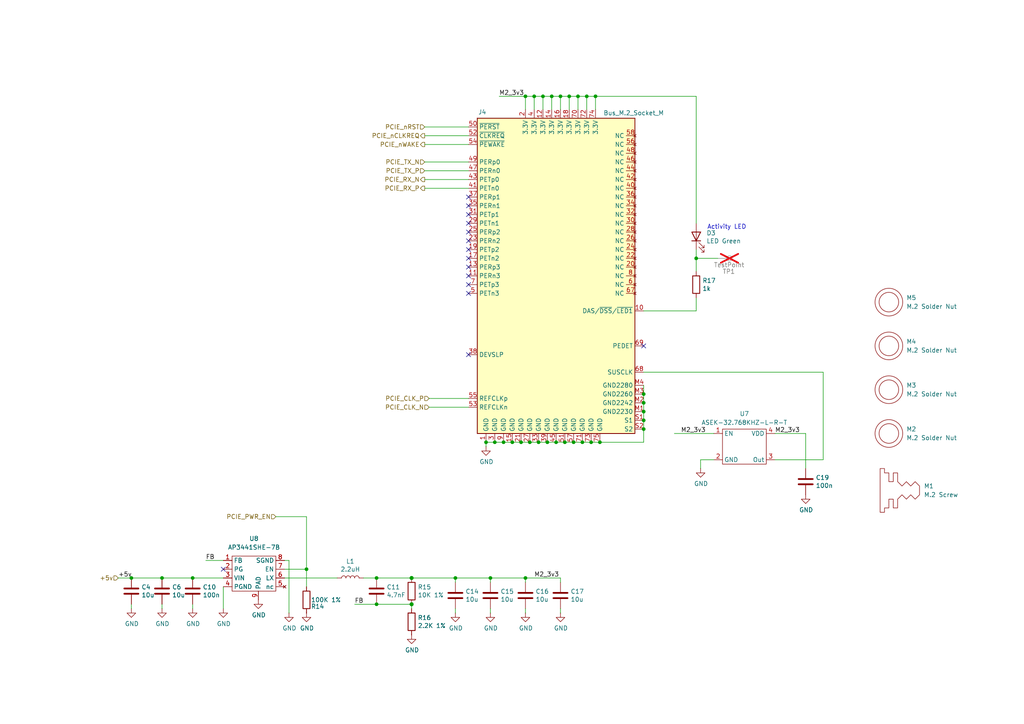
<source format=kicad_sch>
(kicad_sch
	(version 20231120)
	(generator "eeschema")
	(generator_version "8.0")
	(uuid "1354903a-b7d2-4e04-b220-6c6c8f058ef7")
	(paper "A4")
	(title_block
		(title "Compute Module 5 IO Board - M2 Socket")
		(rev "1")
		(company "Copyright © 2024 Raspberry Pi Ltd.")
		(comment 1 "www.raspberrypi.com")
	)
	(lib_symbols
		(symbol "CM5IO:AP3441SHE-7B"
			(exclude_from_sim no)
			(in_bom yes)
			(on_board yes)
			(property "Reference" "U"
				(at -6.35 10.16 0)
				(effects
					(font
						(size 1.27 1.27)
					)
				)
			)
			(property "Value" "AP3441SHE-7B"
				(at 0 7.62 0)
				(effects
					(font
						(size 1.27 1.27)
					)
				)
			)
			(property "Footprint" "Package_DFN_QFN:DFN-8-1EP_2x2mm_P0.5mm_EP1.05x1.75mm"
				(at 1.27 -7.62 0)
				(effects
					(font
						(size 1.27 1.27)
					)
					(hide yes)
				)
			)
			(property "Datasheet" "https://www.diodes.com/assets/Datasheets/AP3441-L.pdf"
				(at 0 -10.16 0)
				(effects
					(font
						(size 1.27 1.27)
					)
					(hide yes)
				)
			)
			(property "Description" ""
				(at 0 0 0)
				(effects
					(font
						(size 1.27 1.27)
					)
					(hide yes)
				)
			)
			(symbol "AP3441SHE-7B_0_1"
				(rectangle
					(start -6.35 6.35)
					(end 6.35 -3.81)
					(stroke
						(width 0)
						(type default)
					)
					(fill
						(type none)
					)
				)
			)
			(symbol "AP3441SHE-7B_1_1"
				(pin passive line
					(at -8.89 5.08 0)
					(length 2.54)
					(name "FB"
						(effects
							(font
								(size 1.27 1.27)
							)
						)
					)
					(number "1"
						(effects
							(font
								(size 1.27 1.27)
							)
						)
					)
				)
				(pin open_collector line
					(at -8.89 2.54 0)
					(length 2.54)
					(name "PG"
						(effects
							(font
								(size 1.27 1.27)
							)
						)
					)
					(number "2"
						(effects
							(font
								(size 1.27 1.27)
							)
						)
					)
				)
				(pin power_in line
					(at -8.89 0 0)
					(length 2.54)
					(name "VIN"
						(effects
							(font
								(size 1.27 1.27)
							)
						)
					)
					(number "3"
						(effects
							(font
								(size 1.27 1.27)
							)
						)
					)
				)
				(pin power_in line
					(at -8.89 -2.54 0)
					(length 2.54)
					(name "PGND"
						(effects
							(font
								(size 1.27 1.27)
							)
						)
					)
					(number "4"
						(effects
							(font
								(size 1.27 1.27)
							)
						)
					)
				)
				(pin no_connect line
					(at 8.89 -2.54 180)
					(length 2.54)
					(name "nc"
						(effects
							(font
								(size 1.27 1.27)
							)
						)
					)
					(number "5"
						(effects
							(font
								(size 1.27 1.27)
							)
						)
					)
				)
				(pin power_out line
					(at 8.89 0 180)
					(length 2.54)
					(name "LX"
						(effects
							(font
								(size 1.27 1.27)
							)
						)
					)
					(number "6"
						(effects
							(font
								(size 1.27 1.27)
							)
						)
					)
				)
				(pin input line
					(at 8.89 2.54 180)
					(length 2.54)
					(name "EN"
						(effects
							(font
								(size 1.27 1.27)
							)
						)
					)
					(number "7"
						(effects
							(font
								(size 1.27 1.27)
							)
						)
					)
				)
				(pin power_in line
					(at 8.89 5.08 180)
					(length 2.54)
					(name "SGND"
						(effects
							(font
								(size 1.27 1.27)
							)
						)
					)
					(number "8"
						(effects
							(font
								(size 1.27 1.27)
							)
						)
					)
				)
				(pin input line
					(at 1.27 -6.35 90)
					(length 2.54)
					(name "PAD"
						(effects
							(font
								(size 1.27 1.27)
							)
						)
					)
					(number "9"
						(effects
							(font
								(size 1.27 1.27)
							)
						)
					)
				)
			)
		)
		(symbol "CM5IO:ASEK-32.768KHZ-L-R-T"
			(exclude_from_sim no)
			(in_bom yes)
			(on_board yes)
			(property "Reference" "U"
				(at -5.08 6.35 0)
				(effects
					(font
						(size 1.27 1.27)
					)
				)
			)
			(property "Value" "ASEK-32.768KHZ-L-R-T"
				(at 0 -6.35 0)
				(effects
					(font
						(size 1.27 1.27)
					)
				)
			)
			(property "Footprint" "Crystal:Crystal_SMD_3225-4Pin_3.2x2.5mm"
				(at 1.27 -8.89 0)
				(effects
					(font
						(size 1.27 1.27)
					)
					(hide yes)
				)
			)
			(property "Datasheet" "https://abracon.com/Oscillators/ASEK.pdf"
				(at 0 -11.43 0)
				(effects
					(font
						(size 1.27 1.27)
					)
					(hide yes)
				)
			)
			(property "Description" ""
				(at 0 0 0)
				(effects
					(font
						(size 1.27 1.27)
					)
					(hide yes)
				)
			)
			(symbol "ASEK-32.768KHZ-L-R-T_0_1"
				(rectangle
					(start -6.35 5.08)
					(end 6.35 -5.08)
					(stroke
						(width 0)
						(type default)
					)
					(fill
						(type none)
					)
				)
			)
			(symbol "ASEK-32.768KHZ-L-R-T_1_1"
				(pin input line
					(at -8.89 3.81 0)
					(length 2.54)
					(name "EN"
						(effects
							(font
								(size 1.27 1.27)
							)
						)
					)
					(number "1"
						(effects
							(font
								(size 1.27 1.27)
							)
						)
					)
				)
				(pin power_in line
					(at -8.89 -3.81 0)
					(length 2.54)
					(name "GND"
						(effects
							(font
								(size 1.27 1.27)
							)
						)
					)
					(number "2"
						(effects
							(font
								(size 1.27 1.27)
							)
						)
					)
				)
				(pin output line
					(at 8.89 -3.81 180)
					(length 2.54)
					(name "Out"
						(effects
							(font
								(size 1.27 1.27)
							)
						)
					)
					(number "3"
						(effects
							(font
								(size 1.27 1.27)
							)
						)
					)
				)
				(pin power_in line
					(at 8.89 3.81 180)
					(length 2.54)
					(name "VDD"
						(effects
							(font
								(size 1.27 1.27)
							)
						)
					)
					(number "4"
						(effects
							(font
								(size 1.27 1.27)
							)
						)
					)
				)
			)
		)
		(symbol "CM5IO:Bus_M.2_Socket_M"
			(exclude_from_sim no)
			(in_bom yes)
			(on_board yes)
			(property "Reference" "J"
				(at -22.86 46.99 0)
				(effects
					(font
						(size 1.27 1.27)
					)
					(justify left)
				)
			)
			(property "Value" "Bus_M.2_Socket_M"
				(at 30.988 46.99 0)
				(effects
					(font
						(size 1.27 1.27)
					)
				)
			)
			(property "Footprint" ""
				(at 0 26.67 0)
				(effects
					(font
						(size 1.27 1.27)
					)
					(hide yes)
				)
			)
			(property "Datasheet" ""
				(at 0 26.67 0)
				(effects
					(font
						(size 1.27 1.27)
					)
					(hide yes)
				)
			)
			(property "Description" "M.2 Socket 3 Mechanical Key M"
				(at 0 0 0)
				(effects
					(font
						(size 1.27 1.27)
					)
					(hide yes)
				)
			)
			(property "ki_keywords" "M2 NGNF PCI-E"
				(at 0 0 0)
				(effects
					(font
						(size 1.27 1.27)
					)
					(hide yes)
				)
			)
			(property "ki_fp_filters" "*M*2*M*"
				(at 0 0 0)
				(effects
					(font
						(size 1.27 1.27)
					)
					(hide yes)
				)
			)
			(symbol "Bus_M.2_Socket_M_0_1"
				(rectangle
					(start -22.86 45.72)
					(end 22.86 -45.72)
					(stroke
						(width 0.254)
						(type default)
					)
					(fill
						(type background)
					)
				)
			)
			(symbol "Bus_M.2_Socket_M_1_1"
				(pin power_in line
					(at -20.32 -48.26 90)
					(length 2.54)
					(name "GND"
						(effects
							(font
								(size 1.27 1.27)
							)
						)
					)
					(number "1"
						(effects
							(font
								(size 1.27 1.27)
							)
						)
					)
				)
				(pin bidirectional line
					(at 25.4 -10.16 180)
					(length 2.54)
					(name "DAS/~{DSS}/~{LED1}"
						(effects
							(font
								(size 1.27 1.27)
							)
						)
					)
					(number "10"
						(effects
							(font
								(size 1.27 1.27)
							)
						)
					)
				)
				(pin input line
					(at -25.4 0 0)
					(length 2.54)
					(name "PERn3"
						(effects
							(font
								(size 1.27 1.27)
							)
						)
					)
					(number "11"
						(effects
							(font
								(size 1.27 1.27)
							)
						)
					)
				)
				(pin power_in line
					(at -3.81 48.26 270)
					(length 2.54)
					(name "3.3V"
						(effects
							(font
								(size 1.27 1.27)
							)
						)
					)
					(number "12"
						(effects
							(font
								(size 1.27 1.27)
							)
						)
					)
				)
				(pin input line
					(at -25.4 2.54 0)
					(length 2.54)
					(name "PERp3"
						(effects
							(font
								(size 1.27 1.27)
							)
						)
					)
					(number "13"
						(effects
							(font
								(size 1.27 1.27)
							)
						)
					)
				)
				(pin power_in line
					(at -1.27 48.26 270)
					(length 2.54)
					(name "3.3V"
						(effects
							(font
								(size 1.27 1.27)
							)
						)
					)
					(number "14"
						(effects
							(font
								(size 1.27 1.27)
							)
						)
					)
				)
				(pin power_in line
					(at -12.7 -48.26 90)
					(length 2.54)
					(name "GND"
						(effects
							(font
								(size 1.27 1.27)
							)
						)
					)
					(number "15"
						(effects
							(font
								(size 1.27 1.27)
							)
						)
					)
				)
				(pin power_in line
					(at 1.27 48.26 270)
					(length 2.54)
					(name "3.3V"
						(effects
							(font
								(size 1.27 1.27)
							)
						)
					)
					(number "16"
						(effects
							(font
								(size 1.27 1.27)
							)
						)
					)
				)
				(pin output line
					(at -25.4 5.08 0)
					(length 2.54)
					(name "PETn2"
						(effects
							(font
								(size 1.27 1.27)
							)
						)
					)
					(number "17"
						(effects
							(font
								(size 1.27 1.27)
							)
						)
					)
				)
				(pin power_in line
					(at 3.81 48.26 270)
					(length 2.54)
					(name "3.3V"
						(effects
							(font
								(size 1.27 1.27)
							)
						)
					)
					(number "18"
						(effects
							(font
								(size 1.27 1.27)
							)
						)
					)
				)
				(pin output line
					(at -25.4 7.62 0)
					(length 2.54)
					(name "PETp2"
						(effects
							(font
								(size 1.27 1.27)
							)
						)
					)
					(number "19"
						(effects
							(font
								(size 1.27 1.27)
							)
						)
					)
				)
				(pin power_in line
					(at -8.89 48.26 270)
					(length 2.54)
					(name "3.3V"
						(effects
							(font
								(size 1.27 1.27)
							)
						)
					)
					(number "2"
						(effects
							(font
								(size 1.27 1.27)
							)
						)
					)
				)
				(pin no_connect line
					(at 22.86 2.54 180)
					(length 2.54)
					(name "NC"
						(effects
							(font
								(size 1.27 1.27)
							)
						)
					)
					(number "20"
						(effects
							(font
								(size 1.27 1.27)
							)
						)
					)
				)
				(pin power_in line
					(at -10.16 -48.26 90)
					(length 2.54)
					(name "GND"
						(effects
							(font
								(size 1.27 1.27)
							)
						)
					)
					(number "21"
						(effects
							(font
								(size 1.27 1.27)
							)
						)
					)
				)
				(pin no_connect line
					(at 22.86 5.08 180)
					(length 2.54)
					(name "NC"
						(effects
							(font
								(size 1.27 1.27)
							)
						)
					)
					(number "22"
						(effects
							(font
								(size 1.27 1.27)
							)
						)
					)
				)
				(pin input line
					(at -25.4 10.16 0)
					(length 2.54)
					(name "PERn2"
						(effects
							(font
								(size 1.27 1.27)
							)
						)
					)
					(number "23"
						(effects
							(font
								(size 1.27 1.27)
							)
						)
					)
				)
				(pin no_connect line
					(at 22.86 7.62 180)
					(length 2.54)
					(name "NC"
						(effects
							(font
								(size 1.27 1.27)
							)
						)
					)
					(number "24"
						(effects
							(font
								(size 1.27 1.27)
							)
						)
					)
				)
				(pin input line
					(at -25.4 12.7 0)
					(length 2.54)
					(name "PERp2"
						(effects
							(font
								(size 1.27 1.27)
							)
						)
					)
					(number "25"
						(effects
							(font
								(size 1.27 1.27)
							)
						)
					)
				)
				(pin no_connect line
					(at 22.86 10.16 180)
					(length 2.54)
					(name "NC"
						(effects
							(font
								(size 1.27 1.27)
							)
						)
					)
					(number "26"
						(effects
							(font
								(size 1.27 1.27)
							)
						)
					)
				)
				(pin power_in line
					(at -7.62 -48.26 90)
					(length 2.54)
					(name "GND"
						(effects
							(font
								(size 1.27 1.27)
							)
						)
					)
					(number "27"
						(effects
							(font
								(size 1.27 1.27)
							)
						)
					)
				)
				(pin no_connect line
					(at 22.86 12.7 180)
					(length 2.54)
					(name "NC"
						(effects
							(font
								(size 1.27 1.27)
							)
						)
					)
					(number "28"
						(effects
							(font
								(size 1.27 1.27)
							)
						)
					)
				)
				(pin output line
					(at -25.4 15.24 0)
					(length 2.54)
					(name "PETn1"
						(effects
							(font
								(size 1.27 1.27)
							)
						)
					)
					(number "29"
						(effects
							(font
								(size 1.27 1.27)
							)
						)
					)
				)
				(pin power_in line
					(at -17.78 -48.26 90)
					(length 2.54)
					(name "GND"
						(effects
							(font
								(size 1.27 1.27)
							)
						)
					)
					(number "3"
						(effects
							(font
								(size 1.27 1.27)
							)
						)
					)
				)
				(pin no_connect line
					(at 22.86 15.24 180)
					(length 2.54)
					(name "NC"
						(effects
							(font
								(size 1.27 1.27)
							)
						)
					)
					(number "30"
						(effects
							(font
								(size 1.27 1.27)
							)
						)
					)
				)
				(pin output line
					(at -25.4 17.78 0)
					(length 2.54)
					(name "PETp1"
						(effects
							(font
								(size 1.27 1.27)
							)
						)
					)
					(number "31"
						(effects
							(font
								(size 1.27 1.27)
							)
						)
					)
				)
				(pin no_connect line
					(at 22.86 17.78 180)
					(length 2.54)
					(name "NC"
						(effects
							(font
								(size 1.27 1.27)
							)
						)
					)
					(number "32"
						(effects
							(font
								(size 1.27 1.27)
							)
						)
					)
				)
				(pin power_in line
					(at -5.08 -48.26 90)
					(length 2.54)
					(name "GND"
						(effects
							(font
								(size 1.27 1.27)
							)
						)
					)
					(number "33"
						(effects
							(font
								(size 1.27 1.27)
							)
						)
					)
				)
				(pin no_connect line
					(at 22.86 20.32 180)
					(length 2.54)
					(name "NC"
						(effects
							(font
								(size 1.27 1.27)
							)
						)
					)
					(number "34"
						(effects
							(font
								(size 1.27 1.27)
							)
						)
					)
				)
				(pin input line
					(at -25.4 20.32 0)
					(length 2.54)
					(name "PERn1"
						(effects
							(font
								(size 1.27 1.27)
							)
						)
					)
					(number "35"
						(effects
							(font
								(size 1.27 1.27)
							)
						)
					)
				)
				(pin no_connect line
					(at 22.86 22.86 180)
					(length 2.54)
					(name "NC"
						(effects
							(font
								(size 1.27 1.27)
							)
						)
					)
					(number "36"
						(effects
							(font
								(size 1.27 1.27)
							)
						)
					)
				)
				(pin input line
					(at -25.4 22.86 0)
					(length 2.54)
					(name "PERp1"
						(effects
							(font
								(size 1.27 1.27)
							)
						)
					)
					(number "37"
						(effects
							(font
								(size 1.27 1.27)
							)
						)
					)
				)
				(pin input line
					(at -25.4 -22.86 0)
					(length 2.54)
					(name "DEVSLP"
						(effects
							(font
								(size 1.27 1.27)
							)
						)
					)
					(number "38"
						(effects
							(font
								(size 1.27 1.27)
							)
						)
					)
				)
				(pin power_in line
					(at -2.54 -48.26 90)
					(length 2.54)
					(name "GND"
						(effects
							(font
								(size 1.27 1.27)
							)
						)
					)
					(number "39"
						(effects
							(font
								(size 1.27 1.27)
							)
						)
					)
				)
				(pin power_in line
					(at -6.35 48.26 270)
					(length 2.54)
					(name "3.3V"
						(effects
							(font
								(size 1.27 1.27)
							)
						)
					)
					(number "4"
						(effects
							(font
								(size 1.27 1.27)
							)
						)
					)
				)
				(pin no_connect line
					(at 22.86 25.4 180)
					(length 2.54)
					(name "NC"
						(effects
							(font
								(size 1.27 1.27)
							)
						)
					)
					(number "40"
						(effects
							(font
								(size 1.27 1.27)
							)
						)
					)
				)
				(pin output line
					(at -25.4 25.4 0)
					(length 2.54)
					(name "PETn0"
						(effects
							(font
								(size 1.27 1.27)
							)
						)
					)
					(number "41"
						(effects
							(font
								(size 1.27 1.27)
							)
						)
					)
				)
				(pin no_connect line
					(at 22.86 27.94 180)
					(length 2.54)
					(name "NC"
						(effects
							(font
								(size 1.27 1.27)
							)
						)
					)
					(number "42"
						(effects
							(font
								(size 1.27 1.27)
							)
						)
					)
				)
				(pin output line
					(at -25.4 27.94 0)
					(length 2.54)
					(name "PETp0"
						(effects
							(font
								(size 1.27 1.27)
							)
						)
					)
					(number "43"
						(effects
							(font
								(size 1.27 1.27)
							)
						)
					)
				)
				(pin no_connect line
					(at 22.86 30.48 180)
					(length 2.54)
					(name "NC"
						(effects
							(font
								(size 1.27 1.27)
							)
						)
					)
					(number "44"
						(effects
							(font
								(size 1.27 1.27)
							)
						)
					)
				)
				(pin power_in line
					(at 0 -48.26 90)
					(length 2.54)
					(name "GND"
						(effects
							(font
								(size 1.27 1.27)
							)
						)
					)
					(number "45"
						(effects
							(font
								(size 1.27 1.27)
							)
						)
					)
				)
				(pin no_connect line
					(at 22.86 33.02 180)
					(length 2.54)
					(name "NC"
						(effects
							(font
								(size 1.27 1.27)
							)
						)
					)
					(number "46"
						(effects
							(font
								(size 1.27 1.27)
							)
						)
					)
				)
				(pin input line
					(at -25.4 30.48 0)
					(length 2.54)
					(name "PERn0"
						(effects
							(font
								(size 1.27 1.27)
							)
						)
					)
					(number "47"
						(effects
							(font
								(size 1.27 1.27)
							)
						)
					)
				)
				(pin no_connect line
					(at 22.86 35.56 180)
					(length 2.54)
					(name "NC"
						(effects
							(font
								(size 1.27 1.27)
							)
						)
					)
					(number "48"
						(effects
							(font
								(size 1.27 1.27)
							)
						)
					)
				)
				(pin input line
					(at -25.4 33.02 0)
					(length 2.54)
					(name "PERp0"
						(effects
							(font
								(size 1.27 1.27)
							)
						)
					)
					(number "49"
						(effects
							(font
								(size 1.27 1.27)
							)
						)
					)
				)
				(pin output line
					(at -25.4 -5.08 0)
					(length 2.54)
					(name "PETn3"
						(effects
							(font
								(size 1.27 1.27)
							)
						)
					)
					(number "5"
						(effects
							(font
								(size 1.27 1.27)
							)
						)
					)
				)
				(pin input line
					(at -25.4 43.18 0)
					(length 2.54)
					(name "~{PERST}"
						(effects
							(font
								(size 1.27 1.27)
							)
						)
					)
					(number "50"
						(effects
							(font
								(size 1.27 1.27)
							)
						)
					)
				)
				(pin power_in line
					(at 2.54 -48.26 90)
					(length 2.54)
					(name "GND"
						(effects
							(font
								(size 1.27 1.27)
							)
						)
					)
					(number "51"
						(effects
							(font
								(size 1.27 1.27)
							)
						)
					)
				)
				(pin bidirectional line
					(at -25.4 40.64 0)
					(length 2.54)
					(name "~{CLKREQ}"
						(effects
							(font
								(size 1.27 1.27)
							)
						)
					)
					(number "52"
						(effects
							(font
								(size 1.27 1.27)
							)
						)
					)
				)
				(pin input line
					(at -25.4 -38.1 0)
					(length 2.54)
					(name "REFCLKn"
						(effects
							(font
								(size 1.27 1.27)
							)
						)
					)
					(number "53"
						(effects
							(font
								(size 1.27 1.27)
							)
						)
					)
				)
				(pin bidirectional line
					(at -25.4 38.1 0)
					(length 2.54)
					(name "~{PEWAKE}"
						(effects
							(font
								(size 1.27 1.27)
							)
						)
					)
					(number "54"
						(effects
							(font
								(size 1.27 1.27)
							)
						)
					)
				)
				(pin input line
					(at -25.4 -35.56 0)
					(length 2.54)
					(name "REFCLKp"
						(effects
							(font
								(size 1.27 1.27)
							)
						)
					)
					(number "55"
						(effects
							(font
								(size 1.27 1.27)
							)
						)
					)
				)
				(pin no_connect line
					(at 22.86 38.1 180)
					(length 2.54)
					(name "NC"
						(effects
							(font
								(size 1.27 1.27)
							)
						)
					)
					(number "56"
						(effects
							(font
								(size 1.27 1.27)
							)
						)
					)
				)
				(pin power_in line
					(at 5.08 -48.26 90)
					(length 2.54)
					(name "GND"
						(effects
							(font
								(size 1.27 1.27)
							)
						)
					)
					(number "57"
						(effects
							(font
								(size 1.27 1.27)
							)
						)
					)
				)
				(pin no_connect line
					(at 22.86 40.64 180)
					(length 2.54)
					(name "NC"
						(effects
							(font
								(size 1.27 1.27)
							)
						)
					)
					(number "58"
						(effects
							(font
								(size 1.27 1.27)
							)
						)
					)
				)
				(pin no_connect line
					(at 22.86 -2.54 180)
					(length 2.54)
					(name "NC"
						(effects
							(font
								(size 1.27 1.27)
							)
						)
					)
					(number "6"
						(effects
							(font
								(size 1.27 1.27)
							)
						)
					)
				)
				(pin no_connect line
					(at 22.86 -5.08 180)
					(length 2.54)
					(name "NC"
						(effects
							(font
								(size 1.27 1.27)
							)
						)
					)
					(number "67"
						(effects
							(font
								(size 1.27 1.27)
							)
						)
					)
				)
				(pin input line
					(at 25.4 -27.94 180)
					(length 2.54)
					(name "SUSCLK"
						(effects
							(font
								(size 1.27 1.27)
							)
						)
					)
					(number "68"
						(effects
							(font
								(size 1.27 1.27)
							)
						)
					)
				)
				(pin passive line
					(at 25.4 -20.32 180)
					(length 2.54)
					(name "PEDET"
						(effects
							(font
								(size 1.27 1.27)
							)
						)
					)
					(number "69"
						(effects
							(font
								(size 1.27 1.27)
							)
						)
					)
				)
				(pin output line
					(at -25.4 -2.54 0)
					(length 2.54)
					(name "PETp3"
						(effects
							(font
								(size 1.27 1.27)
							)
						)
					)
					(number "7"
						(effects
							(font
								(size 1.27 1.27)
							)
						)
					)
				)
				(pin power_in line
					(at 6.35 48.26 270)
					(length 2.54)
					(name "3.3V"
						(effects
							(font
								(size 1.27 1.27)
							)
						)
					)
					(number "70"
						(effects
							(font
								(size 1.27 1.27)
							)
						)
					)
				)
				(pin power_in line
					(at 7.62 -48.26 90)
					(length 2.54)
					(name "GND"
						(effects
							(font
								(size 1.27 1.27)
							)
						)
					)
					(number "71"
						(effects
							(font
								(size 1.27 1.27)
							)
						)
					)
				)
				(pin power_in line
					(at 8.89 48.26 270)
					(length 2.54)
					(name "3.3V"
						(effects
							(font
								(size 1.27 1.27)
							)
						)
					)
					(number "72"
						(effects
							(font
								(size 1.27 1.27)
							)
						)
					)
				)
				(pin power_in line
					(at 10.16 -48.26 90)
					(length 2.54)
					(name "GND"
						(effects
							(font
								(size 1.27 1.27)
							)
						)
					)
					(number "73"
						(effects
							(font
								(size 1.27 1.27)
							)
						)
					)
				)
				(pin power_in line
					(at 11.43 48.26 270)
					(length 2.54)
					(name "3.3V"
						(effects
							(font
								(size 1.27 1.27)
							)
						)
					)
					(number "74"
						(effects
							(font
								(size 1.27 1.27)
							)
						)
					)
				)
				(pin power_in line
					(at 12.7 -48.26 90)
					(length 2.54)
					(name "GND"
						(effects
							(font
								(size 1.27 1.27)
							)
						)
					)
					(number "75"
						(effects
							(font
								(size 1.27 1.27)
							)
						)
					)
				)
				(pin no_connect line
					(at 22.86 0 180)
					(length 2.54)
					(name "NC"
						(effects
							(font
								(size 1.27 1.27)
							)
						)
					)
					(number "8"
						(effects
							(font
								(size 1.27 1.27)
							)
						)
					)
				)
				(pin power_in line
					(at -15.24 -48.26 90)
					(length 2.54)
					(name "GND"
						(effects
							(font
								(size 1.27 1.27)
							)
						)
					)
					(number "9"
						(effects
							(font
								(size 1.27 1.27)
							)
						)
					)
				)
				(pin passive line
					(at 25.4 -39.37 180)
					(length 2.54)
					(name "GND2230"
						(effects
							(font
								(size 1.27 1.27)
							)
						)
					)
					(number "M1"
						(effects
							(font
								(size 1.27 1.27)
							)
						)
					)
				)
				(pin passive line
					(at 25.4 -36.83 180)
					(length 2.54)
					(name "GND2242"
						(effects
							(font
								(size 1.27 1.27)
							)
						)
					)
					(number "M2"
						(effects
							(font
								(size 1.27 1.27)
							)
						)
					)
				)
				(pin passive line
					(at 25.4 -34.29 180)
					(length 2.54)
					(name "GND2260"
						(effects
							(font
								(size 1.27 1.27)
							)
						)
					)
					(number "M3"
						(effects
							(font
								(size 1.27 1.27)
							)
						)
					)
				)
				(pin passive line
					(at 25.4 -31.75 180)
					(length 2.54)
					(name "GND2280"
						(effects
							(font
								(size 1.27 1.27)
							)
						)
					)
					(number "M4"
						(effects
							(font
								(size 1.27 1.27)
							)
						)
					)
				)
				(pin passive line
					(at 25.4 -41.91 180)
					(length 2.54)
					(name "S1"
						(effects
							(font
								(size 1.27 1.27)
							)
						)
					)
					(number "S1"
						(effects
							(font
								(size 1.27 1.27)
							)
						)
					)
				)
				(pin passive line
					(at 25.4 -44.45 180)
					(length 2.54)
					(name "S2"
						(effects
							(font
								(size 1.27 1.27)
							)
						)
					)
					(number "S2"
						(effects
							(font
								(size 1.27 1.27)
							)
						)
					)
				)
			)
		)
		(symbol "CM5IO:M.2_Screw"
			(pin_numbers hide)
			(pin_names
				(offset 0) hide)
			(exclude_from_sim no)
			(in_bom yes)
			(on_board no)
			(property "Reference" "M"
				(at -0.254 -6.35 0)
				(effects
					(font
						(size 1.27 1.27)
					)
				)
			)
			(property "Value" "M.2 Screw"
				(at 0.254 -8.636 0)
				(effects
					(font
						(size 1.27 1.27)
					)
				)
			)
			(property "Footprint" ""
				(at 0 0 0)
				(effects
					(font
						(size 1.27 1.27)
					)
					(hide yes)
				)
			)
			(property "Datasheet" ""
				(at 0 0 0)
				(effects
					(font
						(size 1.27 1.27)
					)
					(hide yes)
				)
			)
			(property "Description" ""
				(at 0 0 0)
				(effects
					(font
						(size 1.27 1.27)
					)
					(hide yes)
				)
			)
			(symbol "M.2_Screw_0_1"
				(polyline
					(pts
						(xy -5.08 0) (xy -5.08 -6.35) (xy -3.81 -6.35) (xy -3.81 -5.08) (xy -2.54 -5.08) (xy -2.54 -2.54)
						(xy -1.27 -2.54) (xy -1.27 -5.08) (xy 0 -5.08) (xy 0 -2.54) (xy 1.27 -1.27) (xy 2.54 -2.54) (xy 3.81 -1.27)
						(xy 5.08 -2.54) (xy 6.35 -1.27) (xy 6.35 1.27) (xy 5.08 2.54) (xy 3.81 1.27) (xy 2.54 2.54) (xy 1.27 1.27)
						(xy 0 2.54) (xy 0 5.08) (xy -1.27 5.08) (xy -1.27 2.54) (xy -2.54 2.54) (xy -2.54 5.08) (xy -3.81 5.08)
						(xy -3.81 6.35) (xy -5.08 6.35) (xy -5.08 0)
					)
					(stroke
						(width 0)
						(type default)
					)
					(fill
						(type none)
					)
				)
			)
		)
		(symbol "CM5IO:SolderNut"
			(pin_numbers hide)
			(pin_names
				(offset 0) hide)
			(exclude_from_sim yes)
			(in_bom yes)
			(on_board no)
			(property "Reference" "M"
				(at -6.35 -3.556 0)
				(effects
					(font
						(size 1.27 1.27)
					)
				)
			)
			(property "Value" "M.2 Solder Nut"
				(at 0.254 -5.842 0)
				(effects
					(font
						(size 1.27 1.27)
					)
				)
			)
			(property "Footprint" ""
				(at 0 0 0)
				(effects
					(font
						(size 1.27 1.27)
					)
					(hide yes)
				)
			)
			(property "Datasheet" ""
				(at 0 0 0)
				(effects
					(font
						(size 1.27 1.27)
					)
					(hide yes)
				)
			)
			(property "Description" ""
				(at 0 0 0)
				(effects
					(font
						(size 1.27 1.27)
					)
					(hide yes)
				)
			)
			(symbol "SolderNut_0_1"
				(circle
					(center 0 0)
					(radius 2.8398)
					(stroke
						(width 0)
						(type default)
					)
					(fill
						(type none)
					)
				)
				(circle
					(center 0 0)
					(radius 4.0161)
					(stroke
						(width 0)
						(type default)
					)
					(fill
						(type none)
					)
				)
			)
		)
		(symbol "Connector:TestPoint"
			(pin_numbers hide)
			(pin_names
				(offset 0.762) hide)
			(exclude_from_sim no)
			(in_bom yes)
			(on_board yes)
			(property "Reference" "TP"
				(at 0 6.858 0)
				(effects
					(font
						(size 1.27 1.27)
					)
				)
			)
			(property "Value" "TestPoint"
				(at 0 5.08 0)
				(effects
					(font
						(size 1.27 1.27)
					)
				)
			)
			(property "Footprint" ""
				(at 5.08 0 0)
				(effects
					(font
						(size 1.27 1.27)
					)
					(hide yes)
				)
			)
			(property "Datasheet" "~"
				(at 5.08 0 0)
				(effects
					(font
						(size 1.27 1.27)
					)
					(hide yes)
				)
			)
			(property "Description" "test point"
				(at 0 0 0)
				(effects
					(font
						(size 1.27 1.27)
					)
					(hide yes)
				)
			)
			(property "ki_keywords" "test point tp"
				(at 0 0 0)
				(effects
					(font
						(size 1.27 1.27)
					)
					(hide yes)
				)
			)
			(property "ki_fp_filters" "Pin* Test*"
				(at 0 0 0)
				(effects
					(font
						(size 1.27 1.27)
					)
					(hide yes)
				)
			)
			(symbol "TestPoint_0_1"
				(circle
					(center 0 3.302)
					(radius 0.762)
					(stroke
						(width 0)
						(type default)
					)
					(fill
						(type none)
					)
				)
			)
			(symbol "TestPoint_1_1"
				(pin passive line
					(at 0 0 90)
					(length 2.54)
					(name "1"
						(effects
							(font
								(size 1.27 1.27)
							)
						)
					)
					(number "1"
						(effects
							(font
								(size 1.27 1.27)
							)
						)
					)
				)
			)
		)
		(symbol "Device:C"
			(pin_numbers hide)
			(pin_names
				(offset 0.254)
			)
			(exclude_from_sim no)
			(in_bom yes)
			(on_board yes)
			(property "Reference" "C"
				(at 0.635 2.54 0)
				(effects
					(font
						(size 1.27 1.27)
					)
					(justify left)
				)
			)
			(property "Value" "C"
				(at 0.635 -2.54 0)
				(effects
					(font
						(size 1.27 1.27)
					)
					(justify left)
				)
			)
			(property "Footprint" ""
				(at 0.9652 -3.81 0)
				(effects
					(font
						(size 1.27 1.27)
					)
					(hide yes)
				)
			)
			(property "Datasheet" "~"
				(at 0 0 0)
				(effects
					(font
						(size 1.27 1.27)
					)
					(hide yes)
				)
			)
			(property "Description" "Unpolarized capacitor"
				(at 0 0 0)
				(effects
					(font
						(size 1.27 1.27)
					)
					(hide yes)
				)
			)
			(property "ki_keywords" "cap capacitor"
				(at 0 0 0)
				(effects
					(font
						(size 1.27 1.27)
					)
					(hide yes)
				)
			)
			(property "ki_fp_filters" "C_*"
				(at 0 0 0)
				(effects
					(font
						(size 1.27 1.27)
					)
					(hide yes)
				)
			)
			(symbol "C_0_1"
				(polyline
					(pts
						(xy -2.032 -0.762) (xy 2.032 -0.762)
					)
					(stroke
						(width 0.508)
						(type default)
					)
					(fill
						(type none)
					)
				)
				(polyline
					(pts
						(xy -2.032 0.762) (xy 2.032 0.762)
					)
					(stroke
						(width 0.508)
						(type default)
					)
					(fill
						(type none)
					)
				)
			)
			(symbol "C_1_1"
				(pin passive line
					(at 0 3.81 270)
					(length 2.794)
					(name "~"
						(effects
							(font
								(size 1.27 1.27)
							)
						)
					)
					(number "1"
						(effects
							(font
								(size 1.27 1.27)
							)
						)
					)
				)
				(pin passive line
					(at 0 -3.81 90)
					(length 2.794)
					(name "~"
						(effects
							(font
								(size 1.27 1.27)
							)
						)
					)
					(number "2"
						(effects
							(font
								(size 1.27 1.27)
							)
						)
					)
				)
			)
		)
		(symbol "Device:L"
			(pin_numbers hide)
			(pin_names
				(offset 1.016) hide)
			(exclude_from_sim no)
			(in_bom yes)
			(on_board yes)
			(property "Reference" "L"
				(at -1.27 0 90)
				(effects
					(font
						(size 1.27 1.27)
					)
				)
			)
			(property "Value" "L"
				(at 1.905 0 90)
				(effects
					(font
						(size 1.27 1.27)
					)
				)
			)
			(property "Footprint" ""
				(at 0 0 0)
				(effects
					(font
						(size 1.27 1.27)
					)
					(hide yes)
				)
			)
			(property "Datasheet" "~"
				(at 0 0 0)
				(effects
					(font
						(size 1.27 1.27)
					)
					(hide yes)
				)
			)
			(property "Description" "Inductor"
				(at 0 0 0)
				(effects
					(font
						(size 1.27 1.27)
					)
					(hide yes)
				)
			)
			(property "ki_keywords" "inductor choke coil reactor magnetic"
				(at 0 0 0)
				(effects
					(font
						(size 1.27 1.27)
					)
					(hide yes)
				)
			)
			(property "ki_fp_filters" "Choke_* *Coil* Inductor_* L_*"
				(at 0 0 0)
				(effects
					(font
						(size 1.27 1.27)
					)
					(hide yes)
				)
			)
			(symbol "L_0_1"
				(arc
					(start 0 -2.54)
					(mid 0.6323 -1.905)
					(end 0 -1.27)
					(stroke
						(width 0)
						(type default)
					)
					(fill
						(type none)
					)
				)
				(arc
					(start 0 -1.27)
					(mid 0.6323 -0.635)
					(end 0 0)
					(stroke
						(width 0)
						(type default)
					)
					(fill
						(type none)
					)
				)
				(arc
					(start 0 0)
					(mid 0.6323 0.635)
					(end 0 1.27)
					(stroke
						(width 0)
						(type default)
					)
					(fill
						(type none)
					)
				)
				(arc
					(start 0 1.27)
					(mid 0.6323 1.905)
					(end 0 2.54)
					(stroke
						(width 0)
						(type default)
					)
					(fill
						(type none)
					)
				)
			)
			(symbol "L_1_1"
				(pin passive line
					(at 0 3.81 270)
					(length 1.27)
					(name "1"
						(effects
							(font
								(size 1.27 1.27)
							)
						)
					)
					(number "1"
						(effects
							(font
								(size 1.27 1.27)
							)
						)
					)
				)
				(pin passive line
					(at 0 -3.81 90)
					(length 1.27)
					(name "2"
						(effects
							(font
								(size 1.27 1.27)
							)
						)
					)
					(number "2"
						(effects
							(font
								(size 1.27 1.27)
							)
						)
					)
				)
			)
		)
		(symbol "Device:LED"
			(pin_numbers hide)
			(pin_names
				(offset 1.016) hide)
			(exclude_from_sim no)
			(in_bom yes)
			(on_board yes)
			(property "Reference" "D"
				(at 0 2.54 0)
				(effects
					(font
						(size 1.27 1.27)
					)
				)
			)
			(property "Value" "LED"
				(at 0 -2.54 0)
				(effects
					(font
						(size 1.27 1.27)
					)
				)
			)
			(property "Footprint" ""
				(at 0 0 0)
				(effects
					(font
						(size 1.27 1.27)
					)
					(hide yes)
				)
			)
			(property "Datasheet" "~"
				(at 0 0 0)
				(effects
					(font
						(size 1.27 1.27)
					)
					(hide yes)
				)
			)
			(property "Description" "Light emitting diode"
				(at 0 0 0)
				(effects
					(font
						(size 1.27 1.27)
					)
					(hide yes)
				)
			)
			(property "ki_keywords" "LED diode"
				(at 0 0 0)
				(effects
					(font
						(size 1.27 1.27)
					)
					(hide yes)
				)
			)
			(property "ki_fp_filters" "LED* LED_SMD:* LED_THT:*"
				(at 0 0 0)
				(effects
					(font
						(size 1.27 1.27)
					)
					(hide yes)
				)
			)
			(symbol "LED_0_1"
				(polyline
					(pts
						(xy -1.27 -1.27) (xy -1.27 1.27)
					)
					(stroke
						(width 0.254)
						(type default)
					)
					(fill
						(type none)
					)
				)
				(polyline
					(pts
						(xy -1.27 0) (xy 1.27 0)
					)
					(stroke
						(width 0)
						(type default)
					)
					(fill
						(type none)
					)
				)
				(polyline
					(pts
						(xy 1.27 -1.27) (xy 1.27 1.27) (xy -1.27 0) (xy 1.27 -1.27)
					)
					(stroke
						(width 0.254)
						(type default)
					)
					(fill
						(type none)
					)
				)
				(polyline
					(pts
						(xy -3.048 -0.762) (xy -4.572 -2.286) (xy -3.81 -2.286) (xy -4.572 -2.286) (xy -4.572 -1.524)
					)
					(stroke
						(width 0)
						(type default)
					)
					(fill
						(type none)
					)
				)
				(polyline
					(pts
						(xy -1.778 -0.762) (xy -3.302 -2.286) (xy -2.54 -2.286) (xy -3.302 -2.286) (xy -3.302 -1.524)
					)
					(stroke
						(width 0)
						(type default)
					)
					(fill
						(type none)
					)
				)
			)
			(symbol "LED_1_1"
				(pin passive line
					(at -3.81 0 0)
					(length 2.54)
					(name "K"
						(effects
							(font
								(size 1.27 1.27)
							)
						)
					)
					(number "1"
						(effects
							(font
								(size 1.27 1.27)
							)
						)
					)
				)
				(pin passive line
					(at 3.81 0 180)
					(length 2.54)
					(name "A"
						(effects
							(font
								(size 1.27 1.27)
							)
						)
					)
					(number "2"
						(effects
							(font
								(size 1.27 1.27)
							)
						)
					)
				)
			)
		)
		(symbol "Device:R"
			(pin_numbers hide)
			(pin_names
				(offset 0)
			)
			(exclude_from_sim no)
			(in_bom yes)
			(on_board yes)
			(property "Reference" "R"
				(at 2.032 0 90)
				(effects
					(font
						(size 1.27 1.27)
					)
				)
			)
			(property "Value" "R"
				(at 0 0 90)
				(effects
					(font
						(size 1.27 1.27)
					)
				)
			)
			(property "Footprint" ""
				(at -1.778 0 90)
				(effects
					(font
						(size 1.27 1.27)
					)
					(hide yes)
				)
			)
			(property "Datasheet" "~"
				(at 0 0 0)
				(effects
					(font
						(size 1.27 1.27)
					)
					(hide yes)
				)
			)
			(property "Description" "Resistor"
				(at 0 0 0)
				(effects
					(font
						(size 1.27 1.27)
					)
					(hide yes)
				)
			)
			(property "ki_keywords" "R res resistor"
				(at 0 0 0)
				(effects
					(font
						(size 1.27 1.27)
					)
					(hide yes)
				)
			)
			(property "ki_fp_filters" "R_*"
				(at 0 0 0)
				(effects
					(font
						(size 1.27 1.27)
					)
					(hide yes)
				)
			)
			(symbol "R_0_1"
				(rectangle
					(start -1.016 -2.54)
					(end 1.016 2.54)
					(stroke
						(width 0.254)
						(type default)
					)
					(fill
						(type none)
					)
				)
			)
			(symbol "R_1_1"
				(pin passive line
					(at 0 3.81 270)
					(length 1.27)
					(name "~"
						(effects
							(font
								(size 1.27 1.27)
							)
						)
					)
					(number "1"
						(effects
							(font
								(size 1.27 1.27)
							)
						)
					)
				)
				(pin passive line
					(at 0 -3.81 90)
					(length 1.27)
					(name "~"
						(effects
							(font
								(size 1.27 1.27)
							)
						)
					)
					(number "2"
						(effects
							(font
								(size 1.27 1.27)
							)
						)
					)
				)
			)
		)
		(symbol "power:GND"
			(power)
			(pin_numbers hide)
			(pin_names
				(offset 0) hide)
			(exclude_from_sim no)
			(in_bom yes)
			(on_board yes)
			(property "Reference" "#PWR"
				(at 0 -6.35 0)
				(effects
					(font
						(size 1.27 1.27)
					)
					(hide yes)
				)
			)
			(property "Value" "GND"
				(at 0 -3.81 0)
				(effects
					(font
						(size 1.27 1.27)
					)
				)
			)
			(property "Footprint" ""
				(at 0 0 0)
				(effects
					(font
						(size 1.27 1.27)
					)
					(hide yes)
				)
			)
			(property "Datasheet" ""
				(at 0 0 0)
				(effects
					(font
						(size 1.27 1.27)
					)
					(hide yes)
				)
			)
			(property "Description" "Power symbol creates a global label with name \"GND\" , ground"
				(at 0 0 0)
				(effects
					(font
						(size 1.27 1.27)
					)
					(hide yes)
				)
			)
			(property "ki_keywords" "global power"
				(at 0 0 0)
				(effects
					(font
						(size 1.27 1.27)
					)
					(hide yes)
				)
			)
			(symbol "GND_0_1"
				(polyline
					(pts
						(xy 0 0) (xy 0 -1.27) (xy 1.27 -1.27) (xy 0 -2.54) (xy -1.27 -1.27) (xy 0 -1.27)
					)
					(stroke
						(width 0)
						(type default)
					)
					(fill
						(type none)
					)
				)
			)
			(symbol "GND_1_1"
				(pin power_in line
					(at 0 0 270)
					(length 0)
					(name "~"
						(effects
							(font
								(size 1.27 1.27)
							)
						)
					)
					(number "1"
						(effects
							(font
								(size 1.27 1.27)
							)
						)
					)
				)
			)
		)
	)
	(junction
		(at 156.21 128.27)
		(diameter 0)
		(color 0 0 0 0)
		(uuid "0971a76b-ec1e-43c1-90b8-b249db271ec7")
	)
	(junction
		(at 170.18 27.94)
		(diameter 0)
		(color 0 0 0 0)
		(uuid "0ced7422-ae88-4357-a59f-4cdb20b23b55")
	)
	(junction
		(at 55.88 167.64)
		(diameter 0)
		(color 0 0 0 0)
		(uuid "14d7e276-be5c-46fa-a2a0-c79d90e09388")
	)
	(junction
		(at 119.38 175.26)
		(diameter 1.016)
		(color 0 0 0 0)
		(uuid "15473da7-af57-4106-a34d-d44746d11ae7")
	)
	(junction
		(at 143.51 128.27)
		(diameter 0)
		(color 0 0 0 0)
		(uuid "1d4530c5-b77a-453b-b371-503bcccb69b0")
	)
	(junction
		(at 171.45 128.27)
		(diameter 0)
		(color 0 0 0 0)
		(uuid "27192e75-e5ee-4503-b13c-a8b5580cfe9c")
	)
	(junction
		(at 165.1 27.94)
		(diameter 0)
		(color 0 0 0 0)
		(uuid "37790feb-921f-4e9e-baa9-a10ad25c8a76")
	)
	(junction
		(at 109.22 167.64)
		(diameter 0)
		(color 0 0 0 0)
		(uuid "3fda8585-7ce9-46c0-99aa-64ed056d72e6")
	)
	(junction
		(at 158.75 128.27)
		(diameter 0)
		(color 0 0 0 0)
		(uuid "443c2730-3ed3-49fd-a3c1-794abfdd5cbc")
	)
	(junction
		(at 153.67 128.27)
		(diameter 0)
		(color 0 0 0 0)
		(uuid "46b0129a-5437-4e8f-981e-582db5e309b4")
	)
	(junction
		(at 46.99 167.64)
		(diameter 0)
		(color 0 0 0 0)
		(uuid "47d4907a-b39f-4110-8215-1c89dfb13984")
	)
	(junction
		(at 173.99 128.27)
		(diameter 0)
		(color 0 0 0 0)
		(uuid "4c1636ab-519d-4add-a9d4-5ecf108d12bc")
	)
	(junction
		(at 132.08 167.64)
		(diameter 0)
		(color 0 0 0 0)
		(uuid "508593b6-6d74-460c-aa04-954ccfc932f3")
	)
	(junction
		(at 88.9 165.1)
		(diameter 0)
		(color 0 0 0 0)
		(uuid "511a8176-7e3a-4b78-b703-c3a3c65921f5")
	)
	(junction
		(at 38.1 167.64)
		(diameter 0)
		(color 0 0 0 0)
		(uuid "54b1991d-22c0-4fb7-bbf5-6e1f86126557")
	)
	(junction
		(at 154.94 27.94)
		(diameter 0)
		(color 0 0 0 0)
		(uuid "55bc9f1f-35c9-4b1d-889c-bb035aa4ebdc")
	)
	(junction
		(at 142.24 167.64)
		(diameter 0)
		(color 0 0 0 0)
		(uuid "56ad845a-0197-43a5-be30-d075433519c9")
	)
	(junction
		(at 186.69 121.92)
		(diameter 0)
		(color 0 0 0 0)
		(uuid "6dcf5054-4020-4661-9a77-9594e744dd12")
	)
	(junction
		(at 186.69 116.84)
		(diameter 0)
		(color 0 0 0 0)
		(uuid "70b059f5-1d7b-49a0-862c-1a2d56fd6cb1")
	)
	(junction
		(at 166.37 128.27)
		(diameter 0)
		(color 0 0 0 0)
		(uuid "7ac63ee2-4eec-400e-92da-71d382bc7b1c")
	)
	(junction
		(at 146.05 128.27)
		(diameter 0)
		(color 0 0 0 0)
		(uuid "7c8c86cc-fccd-4fb7-b41c-7a33e61ce7d2")
	)
	(junction
		(at 152.4 27.94)
		(diameter 0)
		(color 0 0 0 0)
		(uuid "7f1156db-d3a8-4f9f-85c3-f6126b44442d")
	)
	(junction
		(at 163.83 128.27)
		(diameter 0)
		(color 0 0 0 0)
		(uuid "823ff6e9-08cf-4985-8488-c93f856f3055")
	)
	(junction
		(at 148.59 128.27)
		(diameter 0)
		(color 0 0 0 0)
		(uuid "8cabe10a-b258-49c2-b552-2c104af11c18")
	)
	(junction
		(at 167.64 27.94)
		(diameter 0)
		(color 0 0 0 0)
		(uuid "963fbae9-9f79-4801-ab62-ad5b787b8b9c")
	)
	(junction
		(at 109.22 175.26)
		(diameter 0)
		(color 0 0 0 0)
		(uuid "9d34a21d-9426-40ce-a415-f9158b887fc7")
	)
	(junction
		(at 161.29 128.27)
		(diameter 0)
		(color 0 0 0 0)
		(uuid "a56255ff-fde1-4846-8243-66e1f3b5a6cb")
	)
	(junction
		(at 186.69 124.46)
		(diameter 0)
		(color 0 0 0 0)
		(uuid "a70eba40-59de-41a2-a80a-bf7e9a29519e")
	)
	(junction
		(at 186.69 114.3)
		(diameter 0)
		(color 0 0 0 0)
		(uuid "aa1d806a-5679-4741-aa9e-3ff034d1f022")
	)
	(junction
		(at 140.97 128.27)
		(diameter 0)
		(color 0 0 0 0)
		(uuid "ae48748c-d4f5-4516-8b91-680bb9f13c51")
	)
	(junction
		(at 160.02 27.94)
		(diameter 0)
		(color 0 0 0 0)
		(uuid "b08885e5-0026-4f55-8da8-df2de2acf945")
	)
	(junction
		(at 162.56 27.94)
		(diameter 0)
		(color 0 0 0 0)
		(uuid "b0e65ee5-b64f-4611-999f-7ddb37fc5f4b")
	)
	(junction
		(at 186.69 119.38)
		(diameter 0)
		(color 0 0 0 0)
		(uuid "b9111aad-79f3-4be0-80db-033ad9470bf0")
	)
	(junction
		(at 201.93 74.93)
		(diameter 0)
		(color 0 0 0 0)
		(uuid "d5fad215-1823-4629-bffb-1dbcfea4818c")
	)
	(junction
		(at 152.4 167.64)
		(diameter 0)
		(color 0 0 0 0)
		(uuid "df738128-05c2-4613-9f93-653a0dd6e0ad")
	)
	(junction
		(at 172.72 27.94)
		(diameter 0)
		(color 0 0 0 0)
		(uuid "e1ae569b-04ed-4f8a-abbe-3e45261b0516")
	)
	(junction
		(at 151.13 128.27)
		(diameter 0)
		(color 0 0 0 0)
		(uuid "e61b95f9-6f19-47f2-98af-7cb953922317")
	)
	(junction
		(at 119.38 167.64)
		(diameter 1.016)
		(color 0 0 0 0)
		(uuid "ef46fcbf-5e5f-4db4-8d4d-7b6d061ae8f7")
	)
	(junction
		(at 168.91 128.27)
		(diameter 0)
		(color 0 0 0 0)
		(uuid "fc2e0b6a-82ba-4dc3-a363-ebca8df1df31")
	)
	(junction
		(at 157.48 27.94)
		(diameter 0)
		(color 0 0 0 0)
		(uuid "ffaf5071-cb25-4b0f-8668-03b64a08abd3")
	)
	(no_connect
		(at 64.77 165.1)
		(uuid "09887fa5-743e-48b7-8eb6-70c53e96058f")
	)
	(no_connect
		(at 135.89 80.01)
		(uuid "0c481a8e-9404-4b57-b88a-d97f5efb08bc")
	)
	(no_connect
		(at 135.89 85.09)
		(uuid "0e5865dc-2e8d-4dcc-9438-bbd68c381481")
	)
	(no_connect
		(at 135.89 72.39)
		(uuid "13bbd062-edf6-4520-98b8-a547fc36fb28")
	)
	(no_connect
		(at 135.89 82.55)
		(uuid "2c17355d-c7cd-4b60-9acc-c75faccf353e")
	)
	(no_connect
		(at 135.89 57.15)
		(uuid "4320e68a-5094-4d74-96dd-46da37aad90b")
	)
	(no_connect
		(at 135.89 102.87)
		(uuid "4c90c256-052e-454c-8be7-de530fe31f02")
	)
	(no_connect
		(at 135.89 77.47)
		(uuid "64e25001-8022-4904-b3d2-832fa09499c6")
	)
	(no_connect
		(at 186.69 100.33)
		(uuid "73873f8c-eca6-443f-87d9-1df15bb756ad")
	)
	(no_connect
		(at 135.89 67.31)
		(uuid "73a5dbc3-a0e9-4c78-9847-b201aa4dba42")
	)
	(no_connect
		(at 135.89 62.23)
		(uuid "7d1d4017-f5a7-4ace-ad23-7b71fe265943")
	)
	(no_connect
		(at 135.89 74.93)
		(uuid "86e52e00-5abb-47f5-9f03-7049a06eecce")
	)
	(no_connect
		(at 135.89 69.85)
		(uuid "ee6c213f-a52d-452a-8227-d62136c43d5b")
	)
	(no_connect
		(at 135.89 64.77)
		(uuid "fbc08f32-fd34-4908-8f11-b87ac79a13bb")
	)
	(no_connect
		(at 135.89 59.69)
		(uuid "ffacc6d1-cfb6-4636-8d32-e37ea1f76c6b")
	)
	(wire
		(pts
			(xy 186.69 124.46) (xy 186.69 128.27)
		)
		(stroke
			(width 0)
			(type default)
		)
		(uuid "00e0399c-cb25-4111-9343-6a7e92ea1639")
	)
	(wire
		(pts
			(xy 105.41 167.64) (xy 109.22 167.64)
		)
		(stroke
			(width 0)
			(type default)
		)
		(uuid "035434ac-78d5-4651-a4bd-038eb8ef9dd0")
	)
	(wire
		(pts
			(xy 140.97 128.27) (xy 143.51 128.27)
		)
		(stroke
			(width 0)
			(type default)
		)
		(uuid "04935ee8-85e7-4f06-b2e5-d1f5ea1a7cdc")
	)
	(wire
		(pts
			(xy 167.64 27.94) (xy 170.18 27.94)
		)
		(stroke
			(width 0)
			(type default)
		)
		(uuid "04bc3fec-e2c5-4737-ab39-31f36483ee1c")
	)
	(wire
		(pts
			(xy 162.56 27.94) (xy 162.56 31.75)
		)
		(stroke
			(width 0)
			(type default)
		)
		(uuid "07dcc1c5-d28b-4d8e-aebb-3e18b73cf55f")
	)
	(wire
		(pts
			(xy 195.58 125.73) (xy 207.01 125.73)
		)
		(stroke
			(width 0)
			(type default)
		)
		(uuid "0a5a5006-602f-4d52-a6ae-b4f750673335")
	)
	(wire
		(pts
			(xy 201.93 27.94) (xy 201.93 64.77)
		)
		(stroke
			(width 0)
			(type solid)
		)
		(uuid "0da47185-3622-48fd-933c-2ddeee28be32")
	)
	(wire
		(pts
			(xy 109.22 167.64) (xy 119.38 167.64)
		)
		(stroke
			(width 0)
			(type default)
		)
		(uuid "0fe9dba1-daa1-47a5-b1db-865087136712")
	)
	(wire
		(pts
			(xy 152.4 27.94) (xy 154.94 27.94)
		)
		(stroke
			(width 0)
			(type default)
		)
		(uuid "13c868ff-4fa5-494d-8728-b04cc5e40c7d")
	)
	(wire
		(pts
			(xy 173.99 128.27) (xy 171.45 128.27)
		)
		(stroke
			(width 0)
			(type default)
		)
		(uuid "14319cb7-ddcc-4dca-b8e7-0dcf8b1d39d7")
	)
	(wire
		(pts
			(xy 123.19 52.07) (xy 135.89 52.07)
		)
		(stroke
			(width 0)
			(type solid)
		)
		(uuid "17670acf-9be9-4b32-af2f-addec9b50bb5")
	)
	(wire
		(pts
			(xy 142.24 167.64) (xy 152.4 167.64)
		)
		(stroke
			(width 0)
			(type default)
		)
		(uuid "17f4d9a7-c9d5-44e3-821f-99c7021e1907")
	)
	(wire
		(pts
			(xy 88.9 165.1) (xy 88.9 170.18)
		)
		(stroke
			(width 0)
			(type default)
		)
		(uuid "184735a2-7e29-4dbe-b3a6-c204b3541be2")
	)
	(wire
		(pts
			(xy 152.4 167.64) (xy 162.56 167.64)
		)
		(stroke
			(width 0)
			(type default)
		)
		(uuid "18dadd91-f2e9-48fe-adfa-1f5fe1717cab")
	)
	(wire
		(pts
			(xy 124.46 115.57) (xy 135.89 115.57)
		)
		(stroke
			(width 0)
			(type solid)
		)
		(uuid "1c6c46b2-dd9e-430f-85e9-621815ceca94")
	)
	(wire
		(pts
			(xy 59.69 162.56) (xy 64.77 162.56)
		)
		(stroke
			(width 0)
			(type default)
		)
		(uuid "1ec7ad96-0acd-4c41-8b57-b98ffb8b7b83")
	)
	(wire
		(pts
			(xy 135.89 46.99) (xy 123.19 46.99)
		)
		(stroke
			(width 0)
			(type solid)
		)
		(uuid "1f2605ff-0052-4214-ba00-e5f83f987c66")
	)
	(wire
		(pts
			(xy 156.21 128.27) (xy 153.67 128.27)
		)
		(stroke
			(width 0)
			(type default)
		)
		(uuid "269d546f-6752-4c69-8daf-ea6933d011e7")
	)
	(wire
		(pts
			(xy 55.88 175.26) (xy 55.88 176.53)
		)
		(stroke
			(width 0)
			(type solid)
		)
		(uuid "27b00225-5a81-4eb8-8ef9-b912f938fe63")
	)
	(wire
		(pts
			(xy 154.94 27.94) (xy 157.48 27.94)
		)
		(stroke
			(width 0)
			(type default)
		)
		(uuid "28a3f753-e17f-499a-984e-07941eb245db")
	)
	(wire
		(pts
			(xy 186.69 119.38) (xy 186.69 121.92)
		)
		(stroke
			(width 0)
			(type default)
		)
		(uuid "28f1a295-621f-41dd-bdf7-f8d4253b54b1")
	)
	(wire
		(pts
			(xy 186.69 121.92) (xy 186.69 124.46)
		)
		(stroke
			(width 0)
			(type default)
		)
		(uuid "2e4828a9-a50e-4efa-87c3-283a0db37752")
	)
	(wire
		(pts
			(xy 165.1 27.94) (xy 165.1 31.75)
		)
		(stroke
			(width 0)
			(type default)
		)
		(uuid "347a068e-dba2-471e-af6d-375e6719fcad")
	)
	(wire
		(pts
			(xy 123.19 54.61) (xy 135.89 54.61)
		)
		(stroke
			(width 0)
			(type solid)
		)
		(uuid "3520b9bf-2dfc-4868-a650-86ff98682e83")
	)
	(wire
		(pts
			(xy 171.45 128.27) (xy 168.91 128.27)
		)
		(stroke
			(width 0)
			(type default)
		)
		(uuid "36652005-5266-42c1-b220-777e909c4f0a")
	)
	(wire
		(pts
			(xy 123.19 49.53) (xy 135.89 49.53)
		)
		(stroke
			(width 0)
			(type solid)
		)
		(uuid "370b7d32-0d68-4d38-9ef1-c5ebd216c70b")
	)
	(wire
		(pts
			(xy 46.99 167.64) (xy 55.88 167.64)
		)
		(stroke
			(width 0)
			(type default)
		)
		(uuid "378c71c9-98bd-419c-ba45-82c6f1b563f5")
	)
	(wire
		(pts
			(xy 201.93 90.17) (xy 201.93 86.36)
		)
		(stroke
			(width 0)
			(type default)
		)
		(uuid "387581b1-9119-4cf1-8d3d-67a5cc261455")
	)
	(wire
		(pts
			(xy 172.72 27.94) (xy 201.93 27.94)
		)
		(stroke
			(width 0)
			(type default)
		)
		(uuid "38f75849-e334-4a3b-93f1-13803814f7c9")
	)
	(wire
		(pts
			(xy 82.55 165.1) (xy 88.9 165.1)
		)
		(stroke
			(width 0)
			(type default)
		)
		(uuid "424c0c2e-ebc7-4609-a179-a42d4fc6ba4c")
	)
	(wire
		(pts
			(xy 132.08 167.64) (xy 142.24 167.64)
		)
		(stroke
			(width 0)
			(type default)
		)
		(uuid "442d1651-2d75-4f55-aa85-e9db75778ce1")
	)
	(wire
		(pts
			(xy 186.69 116.84) (xy 186.69 119.38)
		)
		(stroke
			(width 0)
			(type default)
		)
		(uuid "4c4c6afb-ac35-4671-8499-eb119383026b")
	)
	(wire
		(pts
			(xy 167.64 27.94) (xy 167.64 31.75)
		)
		(stroke
			(width 0)
			(type default)
		)
		(uuid "4ea0f8d5-614c-42a6-8477-02a075ab7053")
	)
	(wire
		(pts
			(xy 34.29 167.64) (xy 38.1 167.64)
		)
		(stroke
			(width 0)
			(type default)
		)
		(uuid "4fc16f5b-fc95-49c6-9b00-324b33d63fe2")
	)
	(wire
		(pts
			(xy 186.69 114.3) (xy 186.69 116.84)
		)
		(stroke
			(width 0)
			(type default)
		)
		(uuid "513a8070-46e1-4a35-9909-0b205ccc826f")
	)
	(wire
		(pts
			(xy 152.4 167.64) (xy 152.4 168.91)
		)
		(stroke
			(width 0)
			(type default)
		)
		(uuid "51ec935f-df03-4732-861b-d8e38161f0de")
	)
	(wire
		(pts
			(xy 186.69 128.27) (xy 173.99 128.27)
		)
		(stroke
			(width 0)
			(type default)
		)
		(uuid "56789b6d-95a1-4aee-8cf9-b326ab0474a7")
	)
	(wire
		(pts
			(xy 168.91 128.27) (xy 166.37 128.27)
		)
		(stroke
			(width 0)
			(type default)
		)
		(uuid "57059c4c-6ab3-4725-b067-dc0884d3d77b")
	)
	(wire
		(pts
			(xy 119.38 167.64) (xy 132.08 167.64)
		)
		(stroke
			(width 0)
			(type default)
		)
		(uuid "5ce78009-1225-4f4c-858c-c27960c909e1")
	)
	(wire
		(pts
			(xy 152.4 176.53) (xy 152.4 177.8)
		)
		(stroke
			(width 0)
			(type default)
		)
		(uuid "5ec30c0e-26b1-4f16-938e-8d8355dd98d4")
	)
	(wire
		(pts
			(xy 158.75 128.27) (xy 161.29 128.27)
		)
		(stroke
			(width 0)
			(type default)
		)
		(uuid "65893007-291c-484b-acdc-7fa4101ea5b0")
	)
	(wire
		(pts
			(xy 166.37 128.27) (xy 163.83 128.27)
		)
		(stroke
			(width 0)
			(type default)
		)
		(uuid "6c657656-d8ba-4886-91fa-dd24eb342884")
	)
	(wire
		(pts
			(xy 170.18 27.94) (xy 172.72 27.94)
		)
		(stroke
			(width 0)
			(type default)
		)
		(uuid "70402240-8a2d-4624-abce-49bf284e1085")
	)
	(wire
		(pts
			(xy 82.55 167.64) (xy 97.79 167.64)
		)
		(stroke
			(width 0)
			(type default)
		)
		(uuid "71b421ba-2889-471b-9c52-9c277a97b6b3")
	)
	(wire
		(pts
			(xy 201.93 74.93) (xy 208.28 74.93)
		)
		(stroke
			(width 0)
			(type solid)
		)
		(uuid "7820b7b6-18d1-4c8d-9119-bf906b975f88")
	)
	(wire
		(pts
			(xy 238.76 133.35) (xy 224.79 133.35)
		)
		(stroke
			(width 0)
			(type default)
		)
		(uuid "7d22aaa7-3a7b-4eea-a956-7b6d040078f1")
	)
	(wire
		(pts
			(xy 157.48 27.94) (xy 160.02 27.94)
		)
		(stroke
			(width 0)
			(type default)
		)
		(uuid "7d52ba36-9833-473c-bf97-57702b97c41b")
	)
	(wire
		(pts
			(xy 203.2 135.89) (xy 203.2 133.35)
		)
		(stroke
			(width 0)
			(type default)
		)
		(uuid "7efcdbda-1322-4422-9d1d-2e859e4997f0")
	)
	(wire
		(pts
			(xy 157.48 27.94) (xy 157.48 31.75)
		)
		(stroke
			(width 0)
			(type default)
		)
		(uuid "854bfa82-ce82-46db-9f14-065a43e1179e")
	)
	(wire
		(pts
			(xy 186.69 111.76) (xy 186.69 114.3)
		)
		(stroke
			(width 0)
			(type default)
		)
		(uuid "8558cfcf-fda8-4d9f-8bb3-03f093712c0f")
	)
	(wire
		(pts
			(xy 152.4 27.94) (xy 152.4 31.75)
		)
		(stroke
			(width 0)
			(type default)
		)
		(uuid "859c5ae3-ce01-45ab-99d8-385d7977e781")
	)
	(wire
		(pts
			(xy 55.88 167.64) (xy 64.77 167.64)
		)
		(stroke
			(width 0)
			(type default)
		)
		(uuid "8ca1af04-2817-4075-a891-1bb349f15b5d")
	)
	(wire
		(pts
			(xy 88.9 149.86) (xy 88.9 165.1)
		)
		(stroke
			(width 0)
			(type default)
		)
		(uuid "9618bd9a-d82a-4487-ab79-2518aa4951a0")
	)
	(wire
		(pts
			(xy 172.72 27.94) (xy 172.72 31.75)
		)
		(stroke
			(width 0)
			(type default)
		)
		(uuid "9671ab74-e70a-4a23-ba32-80faea91fcbd")
	)
	(wire
		(pts
			(xy 124.46 118.11) (xy 135.89 118.11)
		)
		(stroke
			(width 0)
			(type solid)
		)
		(uuid "981e13d8-2493-4f5a-aa1e-fcc255c235ee")
	)
	(wire
		(pts
			(xy 109.22 175.26) (xy 119.38 175.26)
		)
		(stroke
			(width 0)
			(type solid)
		)
		(uuid "986bca06-c2ae-4dc1-a886-0e0bd87e6d0c")
	)
	(wire
		(pts
			(xy 123.19 39.37) (xy 135.89 39.37)
		)
		(stroke
			(width 0)
			(type solid)
		)
		(uuid "9c7af13e-949e-4a55-a6b7-45ef51b4f106")
	)
	(wire
		(pts
			(xy 38.1 175.26) (xy 38.1 176.53)
		)
		(stroke
			(width 0)
			(type solid)
		)
		(uuid "a07b9bb6-155c-4592-a014-7d730cdba8e4")
	)
	(wire
		(pts
			(xy 123.19 41.91) (xy 135.89 41.91)
		)
		(stroke
			(width 0)
			(type default)
		)
		(uuid "a3da2e4a-5ebb-498f-87e0-3e78c29e6349")
	)
	(wire
		(pts
			(xy 132.08 168.91) (xy 132.08 167.64)
		)
		(stroke
			(width 0)
			(type default)
		)
		(uuid "a4118b8f-e6bf-4ed6-8b85-0f5ce27a9843")
	)
	(wire
		(pts
			(xy 146.05 128.27) (xy 143.51 128.27)
		)
		(stroke
			(width 0)
			(type default)
		)
		(uuid "a4ff6458-3879-4531-8766-d5640c1d31c8")
	)
	(wire
		(pts
			(xy 82.55 162.56) (xy 83.82 162.56)
		)
		(stroke
			(width 0)
			(type default)
		)
		(uuid "b063086f-18d3-4c50-af5d-145d58a924be")
	)
	(wire
		(pts
			(xy 140.97 128.27) (xy 140.97 129.54)
		)
		(stroke
			(width 0)
			(type default)
		)
		(uuid "b2308656-e68b-44b9-b3ae-932dd01e2632")
	)
	(wire
		(pts
			(xy 148.59 128.27) (xy 151.13 128.27)
		)
		(stroke
			(width 0)
			(type default)
		)
		(uuid "b37ead0c-0ace-485d-82f6-62d5a225f839")
	)
	(wire
		(pts
			(xy 186.69 90.17) (xy 201.93 90.17)
		)
		(stroke
			(width 0)
			(type default)
		)
		(uuid "b46bee14-3037-4fb8-8aba-564783a6e32c")
	)
	(wire
		(pts
			(xy 144.78 27.94) (xy 152.4 27.94)
		)
		(stroke
			(width 0)
			(type default)
		)
		(uuid "b6c82dcb-eea3-4d43-b565-c068f084ae20")
	)
	(wire
		(pts
			(xy 162.56 27.94) (xy 165.1 27.94)
		)
		(stroke
			(width 0)
			(type default)
		)
		(uuid "b824aa74-0e45-4664-97d9-52b08d36f485")
	)
	(wire
		(pts
			(xy 186.69 107.95) (xy 238.76 107.95)
		)
		(stroke
			(width 0)
			(type default)
		)
		(uuid "ba4df60e-8780-4390-a980-5ffd05fbf2a2")
	)
	(wire
		(pts
			(xy 38.1 167.64) (xy 46.99 167.64)
		)
		(stroke
			(width 0)
			(type default)
		)
		(uuid "bce5afc8-fc5a-4083-9859-a3f31d8b70b5")
	)
	(wire
		(pts
			(xy 233.68 125.73) (xy 224.79 125.73)
		)
		(stroke
			(width 0)
			(type default)
		)
		(uuid "c723783e-6e91-4fc0-91c2-63f2171437c3")
	)
	(wire
		(pts
			(xy 142.24 167.64) (xy 142.24 168.91)
		)
		(stroke
			(width 0)
			(type default)
		)
		(uuid "cab3d586-e276-416d-89b5-bb7083ab5ba3")
	)
	(wire
		(pts
			(xy 163.83 128.27) (xy 161.29 128.27)
		)
		(stroke
			(width 0)
			(type default)
		)
		(uuid "cb35b3a9-1204-481c-8624-73ac0f048621")
	)
	(wire
		(pts
			(xy 80.01 149.86) (xy 88.9 149.86)
		)
		(stroke
			(width 0)
			(type default)
		)
		(uuid "cd421370-7102-4c4e-a38d-ee4ca207f4bf")
	)
	(wire
		(pts
			(xy 46.99 175.26) (xy 46.99 176.53)
		)
		(stroke
			(width 0)
			(type solid)
		)
		(uuid "cf530655-e123-49c1-846a-54a2f7b0b30f")
	)
	(wire
		(pts
			(xy 151.13 128.27) (xy 153.67 128.27)
		)
		(stroke
			(width 0)
			(type default)
		)
		(uuid "d115daeb-70be-48bc-9d94-73f6228cda15")
	)
	(wire
		(pts
			(xy 156.21 128.27) (xy 158.75 128.27)
		)
		(stroke
			(width 0)
			(type default)
		)
		(uuid "d2951fad-a0ae-443a-baf5-8717e9457f66")
	)
	(wire
		(pts
			(xy 132.08 177.8) (xy 132.08 176.53)
		)
		(stroke
			(width 0)
			(type default)
		)
		(uuid "d3673066-f9de-42bf-b36d-321409ff5a66")
	)
	(wire
		(pts
			(xy 201.93 74.93) (xy 201.93 78.74)
		)
		(stroke
			(width 0)
			(type solid)
		)
		(uuid "d38d2c67-87dc-4cd7-a3b4-a8f6e2009ed5")
	)
	(wire
		(pts
			(xy 160.02 27.94) (xy 160.02 31.75)
		)
		(stroke
			(width 0)
			(type default)
		)
		(uuid "d4b0cccc-10f4-48f5-b455-5881984c5cde")
	)
	(wire
		(pts
			(xy 201.93 74.93) (xy 201.93 72.39)
		)
		(stroke
			(width 0)
			(type solid)
		)
		(uuid "d5f76e2c-52ed-4630-a0a9-57d3de6674c1")
	)
	(wire
		(pts
			(xy 162.56 176.53) (xy 162.56 177.8)
		)
		(stroke
			(width 0)
			(type default)
		)
		(uuid "d7040f9b-cd3f-43de-9646-a9568d8faf12")
	)
	(wire
		(pts
			(xy 203.2 133.35) (xy 207.01 133.35)
		)
		(stroke
			(width 0)
			(type default)
		)
		(uuid "daf58603-e31d-4fb4-a364-7a52b222a4ed")
	)
	(wire
		(pts
			(xy 233.68 135.89) (xy 233.68 125.73)
		)
		(stroke
			(width 0)
			(type default)
		)
		(uuid "db225ff2-9573-411f-91b1-869f88b18fec")
	)
	(wire
		(pts
			(xy 64.77 176.53) (xy 64.77 170.18)
		)
		(stroke
			(width 0)
			(type default)
		)
		(uuid "de0c6ad6-d043-4995-b4d3-8cf567c06c6a")
	)
	(wire
		(pts
			(xy 162.56 167.64) (xy 162.56 168.91)
		)
		(stroke
			(width 0)
			(type default)
		)
		(uuid "dff72424-67fd-4224-8366-0d3bed4741f8")
	)
	(wire
		(pts
			(xy 154.94 27.94) (xy 154.94 31.75)
		)
		(stroke
			(width 0)
			(type default)
		)
		(uuid "e00aa823-4fb8-41a6-b544-ec0d603dc0ff")
	)
	(wire
		(pts
			(xy 142.24 176.53) (xy 142.24 177.8)
		)
		(stroke
			(width 0)
			(type default)
		)
		(uuid "e0555661-e04a-48cf-8b4f-fcd54cfc3e7f")
	)
	(wire
		(pts
			(xy 165.1 27.94) (xy 167.64 27.94)
		)
		(stroke
			(width 0)
			(type default)
		)
		(uuid "e1de64d0-cea1-451b-888f-0545aa755377")
	)
	(wire
		(pts
			(xy 119.38 176.53) (xy 119.38 175.26)
		)
		(stroke
			(width 0)
			(type solid)
		)
		(uuid "e718feae-a0e5-497c-b7ae-f2e120769ce6")
	)
	(wire
		(pts
			(xy 146.05 128.27) (xy 148.59 128.27)
		)
		(stroke
			(width 0)
			(type default)
		)
		(uuid "ef1bb5af-5dbe-448a-8f40-76c19b2a38b4")
	)
	(wire
		(pts
			(xy 123.19 36.83) (xy 135.89 36.83)
		)
		(stroke
			(width 0)
			(type default)
		)
		(uuid "f0bda9a8-995a-4e13-88c2-6877704e3f76")
	)
	(wire
		(pts
			(xy 102.87 175.26) (xy 109.22 175.26)
		)
		(stroke
			(width 0)
			(type solid)
		)
		(uuid "f2e439be-a0ba-41f1-8e20-1025b05fd0af")
	)
	(wire
		(pts
			(xy 160.02 27.94) (xy 162.56 27.94)
		)
		(stroke
			(width 0)
			(type default)
		)
		(uuid "f38ec79f-61c7-4eba-b204-449cd5f02edc")
	)
	(wire
		(pts
			(xy 170.18 27.94) (xy 170.18 31.75)
		)
		(stroke
			(width 0)
			(type default)
		)
		(uuid "f45538fc-cb83-42c2-beb6-355b0f40444a")
	)
	(wire
		(pts
			(xy 238.76 107.95) (xy 238.76 133.35)
		)
		(stroke
			(width 0)
			(type default)
		)
		(uuid "f5b31f7e-dd5b-4dde-abdc-f3dae27e52ee")
	)
	(wire
		(pts
			(xy 83.82 162.56) (xy 83.82 177.8)
		)
		(stroke
			(width 0)
			(type default)
		)
		(uuid "fb4a4aee-bada-4821-b9c0-35a75be6d2fa")
	)
	(text "Activity LED"
		(exclude_from_sim no)
		(at 205.105 66.675 0)
		(effects
			(font
				(size 1.27 1.27)
			)
			(justify left bottom)
		)
		(uuid "a0007b3b-0955-4d63-b006-1e56367da818")
	)
	(label "M2_3v3"
		(at 154.94 167.64 0)
		(fields_autoplaced yes)
		(effects
			(font
				(size 1.27 1.27)
			)
			(justify left bottom)
		)
		(uuid "111611e6-b227-4178-9e95-e3b6e064fa8e")
	)
	(label "+5v"
		(at 34.29 167.64 0)
		(fields_autoplaced yes)
		(effects
			(font
				(size 1.27 1.27)
			)
			(justify left bottom)
		)
		(uuid "224d17d6-f687-4cef-8fc7-350a97123817")
	)
	(label "FB"
		(at 59.69 162.56 0)
		(fields_autoplaced yes)
		(effects
			(font
				(size 1.27 1.27)
			)
			(justify left bottom)
		)
		(uuid "50891ad8-64da-48d4-8598-2b06a0842af8")
	)
	(label "M2_3v3"
		(at 224.79 125.73 0)
		(fields_autoplaced yes)
		(effects
			(font
				(size 1.27 1.27)
			)
			(justify left bottom)
		)
		(uuid "641a8205-95db-4e14-81fb-f8584830e68a")
	)
	(label "M2_3v3"
		(at 197.485 125.73 0)
		(fields_autoplaced yes)
		(effects
			(font
				(size 1.27 1.27)
			)
			(justify left bottom)
		)
		(uuid "832aa62d-c4e7-4ee8-bb6b-0bdfe6a8dea8")
	)
	(label "M2_3v3"
		(at 144.78 27.94 0)
		(fields_autoplaced yes)
		(effects
			(font
				(size 1.27 1.27)
			)
			(justify left bottom)
		)
		(uuid "c5803adf-2ae5-4045-86a8-05dcadd30360")
	)
	(label "FB"
		(at 102.87 175.26 0)
		(fields_autoplaced yes)
		(effects
			(font
				(size 1.27 1.27)
			)
			(justify left bottom)
		)
		(uuid "dd57da68-ffe8-45ec-a455-3fb983eb70f2")
	)
	(hierarchical_label "PCIE_RX_N"
		(shape output)
		(at 123.19 52.07 180)
		(fields_autoplaced yes)
		(effects
			(font
				(size 1.27 1.27)
			)
			(justify right)
		)
		(uuid "0afc6592-c2db-4caa-a22b-f13f9e7e1c40")
	)
	(hierarchical_label "PCIE_CLK_N"
		(shape input)
		(at 124.46 118.11 180)
		(fields_autoplaced yes)
		(effects
			(font
				(size 1.27 1.27)
			)
			(justify right)
		)
		(uuid "3f6533ba-c4f9-46fc-b56b-e4570f6ba8d8")
	)
	(hierarchical_label "PCIE_TX_P"
		(shape input)
		(at 123.19 49.53 180)
		(fields_autoplaced yes)
		(effects
			(font
				(size 1.27 1.27)
			)
			(justify right)
		)
		(uuid "4d759aa0-1145-43ae-a507-a45f6fc89e2a")
	)
	(hierarchical_label "PCIE_nCLKREQ"
		(shape output)
		(at 123.19 39.37 180)
		(fields_autoplaced yes)
		(effects
			(font
				(size 1.27 1.27)
			)
			(justify right)
		)
		(uuid "4f2de74c-a0a3-419c-86d3-f1056d120362")
	)
	(hierarchical_label "PCIE_RX_P"
		(shape output)
		(at 123.19 54.61 180)
		(fields_autoplaced yes)
		(effects
			(font
				(size 1.27 1.27)
			)
			(justify right)
		)
		(uuid "62b6b2b3-6ade-4e95-8062-936451a2172f")
	)
	(hierarchical_label "PCIE_PWR_EN"
		(shape input)
		(at 80.01 149.86 180)
		(fields_autoplaced yes)
		(effects
			(font
				(size 1.27 1.27)
			)
			(justify right)
		)
		(uuid "968f38dd-fdab-400d-be85-99b92d95765f")
	)
	(hierarchical_label "PCIE_nWAKE"
		(shape output)
		(at 123.19 41.91 180)
		(fields_autoplaced yes)
		(effects
			(font
				(size 1.27 1.27)
			)
			(justify right)
		)
		(uuid "9bcfecd3-0b81-4165-87e5-7f1e560a3e40")
	)
	(hierarchical_label "PCIE_TX_N"
		(shape input)
		(at 123.19 46.99 180)
		(fields_autoplaced yes)
		(effects
			(font
				(size 1.27 1.27)
			)
			(justify right)
		)
		(uuid "9c8b409b-0d1b-49e5-8fed-acd83e0e8b3e")
	)
	(hierarchical_label "PCIE_nRST"
		(shape input)
		(at 123.19 36.83 180)
		(fields_autoplaced yes)
		(effects
			(font
				(size 1.27 1.27)
			)
			(justify right)
		)
		(uuid "d0d2152d-05bb-45b9-922c-65dc46f5a5df")
	)
	(hierarchical_label "+5v"
		(shape input)
		(at 34.29 167.64 180)
		(fields_autoplaced yes)
		(effects
			(font
				(size 1.27 1.27)
			)
			(justify right)
		)
		(uuid "d57623d9-4a24-4864-a77d-b08b296fd337")
	)
	(hierarchical_label "PCIE_CLK_P"
		(shape input)
		(at 124.46 115.57 180)
		(fields_autoplaced yes)
		(effects
			(font
				(size 1.27 1.27)
			)
			(justify right)
		)
		(uuid "f6662114-e94f-4466-8b01-5f4d76363a86")
	)
	(symbol
		(lib_id "Device:LED")
		(at 201.93 68.58 90)
		(unit 1)
		(exclude_from_sim no)
		(in_bom yes)
		(on_board yes)
		(dnp no)
		(uuid "04dedc07-8588-4675-a3af-604477889888")
		(property "Reference" "D3"
			(at 204.9018 67.5894 90)
			(effects
				(font
					(size 1.27 1.27)
				)
				(justify right)
			)
		)
		(property "Value" "LED Green"
			(at 204.9018 69.9008 90)
			(effects
				(font
					(size 1.27 1.27)
				)
				(justify right)
			)
		)
		(property "Footprint" "LED_SMD:LED_0603_1608Metric"
			(at 201.93 68.58 0)
			(effects
				(font
					(size 1.27 1.27)
				)
				(hide yes)
			)
		)
		(property "Datasheet" "http://optoelectronics.liteon.com/upload/download/DS22-2000-226/LTST-S270KGKT.pdf"
			(at 201.93 68.58 0)
			(effects
				(font
					(size 1.27 1.27)
				)
				(hide yes)
			)
		)
		(property "Description" ""
			(at 201.93 68.58 0)
			(effects
				(font
					(size 1.27 1.27)
				)
				(hide yes)
			)
		)
		(property "Field4" "Digikey "
			(at 201.93 68.58 0)
			(effects
				(font
					(size 1.27 1.27)
				)
				(hide yes)
			)
		)
		(property "Field5" "LTST-S270KGKT"
			(at 201.93 68.58 0)
			(effects
				(font
					(size 1.27 1.27)
				)
				(hide yes)
			)
		)
		(property "Field6" "SML-A12M8TT86N"
			(at 201.93 68.58 0)
			(effects
				(font
					(size 1.27 1.27)
				)
				(hide yes)
			)
		)
		(property "Field7" "Rohm"
			(at 201.93 68.58 0)
			(effects
				(font
					(size 1.27 1.27)
				)
				(hide yes)
			)
		)
		(property "Field8" "650263301"
			(at 201.93 68.58 0)
			(effects
				(font
					(size 1.27 1.27)
				)
				(hide yes)
			)
		)
		(property "Part Description" "	Green 572nm LED Indication - Discrete 2.2V 2-SMD, No Lead"
			(at 201.93 68.58 0)
			(effects
				(font
					(size 1.27 1.27)
				)
				(hide yes)
			)
		)
		(pin "1"
			(uuid "81837322-b40e-4659-a1e6-d664620e3e77")
		)
		(pin "2"
			(uuid "efefa450-a859-4a54-9cc8-7c20d27be06e")
		)
		(instances
			(project "CM5IO"
				(path "/e63e39d7-6ac0-4ffd-8aa3-1841a4541b55/00000000-0000-0000-0000-00005ed4bb5b"
					(reference "D3")
					(unit 1)
				)
			)
		)
	)
	(symbol
		(lib_id "Device:C")
		(at 152.4 172.72 0)
		(unit 1)
		(exclude_from_sim no)
		(in_bom yes)
		(on_board yes)
		(dnp no)
		(uuid "05ac92f4-afc5-4889-acdd-9cddeba0376e")
		(property "Reference" "C16"
			(at 155.321 171.5516 0)
			(effects
				(font
					(size 1.27 1.27)
				)
				(justify left)
			)
		)
		(property "Value" "10u"
			(at 155.321 173.863 0)
			(effects
				(font
					(size 1.27 1.27)
				)
				(justify left)
			)
		)
		(property "Footprint" "Capacitor_SMD:C_0805_2012Metric"
			(at 153.3652 176.53 0)
			(effects
				(font
					(size 1.27 1.27)
				)
				(hide yes)
			)
		)
		(property "Datasheet" "https://search.murata.co.jp/Ceramy/image/img/A01X/G101/ENG/GRM21BR71A106KA73-01.pdf"
			(at 152.4 172.72 0)
			(effects
				(font
					(size 1.27 1.27)
				)
				(hide yes)
			)
		)
		(property "Description" ""
			(at 152.4 172.72 0)
			(effects
				(font
					(size 1.27 1.27)
				)
				(hide yes)
			)
		)
		(property "Field4" "Digikey"
			(at 152.4 172.72 0)
			(effects
				(font
					(size 1.27 1.27)
				)
				(hide yes)
			)
		)
		(property "Field5" "490-14381-1-ND"
			(at 152.4 172.72 0)
			(effects
				(font
					(size 1.27 1.27)
				)
				(hide yes)
			)
		)
		(property "Field6" "GRM21BR71A106KA73L"
			(at 152.4 172.72 0)
			(effects
				(font
					(size 1.27 1.27)
				)
				(hide yes)
			)
		)
		(property "Field7" "Murata"
			(at 152.4 172.72 0)
			(effects
				(font
					(size 1.27 1.27)
				)
				(hide yes)
			)
		)
		(property "Field8" "111893011"
			(at 152.4 172.72 0)
			(effects
				(font
					(size 1.27 1.27)
				)
				(hide yes)
			)
		)
		(property "Part Description" "	10uF 10% 10V Ceramic Capacitor X7R 0805 (2012 Metric)"
			(at 152.4 172.72 0)
			(effects
				(font
					(size 1.27 1.27)
				)
				(hide yes)
			)
		)
		(pin "1"
			(uuid "1a2a68d9-eca5-42e6-8db9-393c0f77437e")
		)
		(pin "2"
			(uuid "980f9fea-c31a-4e68-869a-8fb800d858d6")
		)
		(instances
			(project "CM5IO"
				(path "/e63e39d7-6ac0-4ffd-8aa3-1841a4541b55/00000000-0000-0000-0000-00005ed4bb5b"
					(reference "C16")
					(unit 1)
				)
			)
		)
	)
	(symbol
		(lib_id "power:GND")
		(at 152.4 177.8 0)
		(unit 1)
		(exclude_from_sim no)
		(in_bom yes)
		(on_board yes)
		(dnp no)
		(uuid "0b4708b7-9fb6-4972-962c-1018b6427c2f")
		(property "Reference" "#PWR018"
			(at 152.4 184.15 0)
			(effects
				(font
					(size 1.27 1.27)
				)
				(hide yes)
			)
		)
		(property "Value" "GND"
			(at 152.527 182.1942 0)
			(effects
				(font
					(size 1.27 1.27)
				)
			)
		)
		(property "Footprint" ""
			(at 152.4 177.8 0)
			(effects
				(font
					(size 1.27 1.27)
				)
				(hide yes)
			)
		)
		(property "Datasheet" ""
			(at 152.4 177.8 0)
			(effects
				(font
					(size 1.27 1.27)
				)
				(hide yes)
			)
		)
		(property "Description" "Power symbol creates a global label with name \"GND\" , ground"
			(at 152.4 177.8 0)
			(effects
				(font
					(size 1.27 1.27)
				)
				(hide yes)
			)
		)
		(pin "1"
			(uuid "9ad78c16-3ab5-45e7-a094-0407ba987bfe")
		)
		(instances
			(project "CM5IO"
				(path "/e63e39d7-6ac0-4ffd-8aa3-1841a4541b55/00000000-0000-0000-0000-00005ed4bb5b"
					(reference "#PWR018")
					(unit 1)
				)
			)
		)
	)
	(symbol
		(lib_id "Device:C")
		(at 46.99 171.45 0)
		(unit 1)
		(exclude_from_sim no)
		(in_bom yes)
		(on_board yes)
		(dnp no)
		(uuid "0be8a27b-1e10-4c67-a0ee-02dc30ff42ad")
		(property "Reference" "C6"
			(at 49.911 170.2816 0)
			(effects
				(font
					(size 1.27 1.27)
				)
				(justify left)
			)
		)
		(property "Value" "10u"
			(at 49.911 172.593 0)
			(effects
				(font
					(size 1.27 1.27)
				)
				(justify left)
			)
		)
		(property "Footprint" "Capacitor_SMD:C_0805_2012Metric"
			(at 47.9552 175.26 0)
			(effects
				(font
					(size 1.27 1.27)
				)
				(hide yes)
			)
		)
		(property "Datasheet" "https://search.murata.co.jp/Ceramy/image/img/A01X/G101/ENG/GRM21BR71A106KA73-01.pdf"
			(at 46.99 171.45 0)
			(effects
				(font
					(size 1.27 1.27)
				)
				(hide yes)
			)
		)
		(property "Description" ""
			(at 46.99 171.45 0)
			(effects
				(font
					(size 1.27 1.27)
				)
				(hide yes)
			)
		)
		(property "Field4" "Digikey"
			(at 46.99 171.45 0)
			(effects
				(font
					(size 1.27 1.27)
				)
				(hide yes)
			)
		)
		(property "Field5" "490-14381-1-ND"
			(at 46.99 171.45 0)
			(effects
				(font
					(size 1.27 1.27)
				)
				(hide yes)
			)
		)
		(property "Field6" "GRM21BR71A106KA73L"
			(at 46.99 171.45 0)
			(effects
				(font
					(size 1.27 1.27)
				)
				(hide yes)
			)
		)
		(property "Field7" "Murata"
			(at 46.99 171.45 0)
			(effects
				(font
					(size 1.27 1.27)
				)
				(hide yes)
			)
		)
		(property "Field8" "111893011"
			(at 46.99 171.45 0)
			(effects
				(font
					(size 1.27 1.27)
				)
				(hide yes)
			)
		)
		(property "Part Description" "	10uF 10% 10V Ceramic Capacitor X7R 0805 (2012 Metric)"
			(at 46.99 171.45 0)
			(effects
				(font
					(size 1.27 1.27)
				)
				(hide yes)
			)
		)
		(pin "1"
			(uuid "8b733c12-9688-4a6f-adb6-5086fb94825c")
		)
		(pin "2"
			(uuid "7205a4d7-ddd7-4b01-8256-e7b8644e520c")
		)
		(instances
			(project "CM5IO"
				(path "/e63e39d7-6ac0-4ffd-8aa3-1841a4541b55/00000000-0000-0000-0000-00005ed4bb5b"
					(reference "C6")
					(unit 1)
				)
			)
		)
	)
	(symbol
		(lib_id "Connector:TestPoint")
		(at 208.28 74.93 270)
		(unit 1)
		(exclude_from_sim no)
		(in_bom no)
		(on_board yes)
		(dnp yes)
		(uuid "0d6db532-f0dd-4c0d-bf0a-0aec728b6d4b")
		(property "Reference" "TP1"
			(at 209.55 78.74 90)
			(effects
				(font
					(size 1.27 1.27)
				)
				(justify left)
			)
		)
		(property "Value" "TestPoint"
			(at 207.01 76.835 90)
			(effects
				(font
					(size 1.27 1.27)
				)
				(justify left)
			)
		)
		(property "Footprint" "TestPoint:TestPoint_Pad_2.0x2.0mm"
			(at 208.28 80.01 0)
			(effects
				(font
					(size 1.27 1.27)
				)
				(hide yes)
			)
		)
		(property "Datasheet" ""
			(at 208.28 80.01 0)
			(effects
				(font
					(size 1.27 1.27)
				)
				(hide yes)
			)
		)
		(property "Description" ""
			(at 208.28 74.93 0)
			(effects
				(font
					(size 1.27 1.27)
				)
				(hide yes)
			)
		)
		(property "Field4" "nf"
			(at 208.28 74.93 0)
			(effects
				(font
					(size 1.27 1.27)
				)
				(hide yes)
			)
		)
		(property "Field5" "nf"
			(at 208.28 74.93 0)
			(effects
				(font
					(size 1.27 1.27)
				)
				(hide yes)
			)
		)
		(property "Field6" "nf"
			(at 208.28 74.93 0)
			(effects
				(font
					(size 1.27 1.27)
				)
				(hide yes)
			)
		)
		(property "Field7" "nf"
			(at 208.28 74.93 0)
			(effects
				(font
					(size 1.27 1.27)
				)
				(hide yes)
			)
		)
		(property "Part Description" "Test point"
			(at 208.28 74.93 0)
			(effects
				(font
					(size 1.27 1.27)
				)
				(hide yes)
			)
		)
		(pin "1"
			(uuid "e831905a-7b9e-4294-8828-513615b4d74f")
		)
		(instances
			(project "CM5IO"
				(path "/e63e39d7-6ac0-4ffd-8aa3-1841a4541b55/00000000-0000-0000-0000-00005ed4bb5b"
					(reference "TP1")
					(unit 1)
				)
			)
		)
	)
	(symbol
		(lib_id "power:GND")
		(at 46.99 176.53 0)
		(unit 1)
		(exclude_from_sim no)
		(in_bom yes)
		(on_board yes)
		(dnp no)
		(uuid "21c74b08-d586-41a4-9db8-b1913e4eb794")
		(property "Reference" "#PWR021"
			(at 46.99 182.88 0)
			(effects
				(font
					(size 1.27 1.27)
				)
				(hide yes)
			)
		)
		(property "Value" "GND"
			(at 47.117 180.9242 0)
			(effects
				(font
					(size 1.27 1.27)
				)
			)
		)
		(property "Footprint" ""
			(at 46.99 176.53 0)
			(effects
				(font
					(size 1.27 1.27)
				)
				(hide yes)
			)
		)
		(property "Datasheet" ""
			(at 46.99 176.53 0)
			(effects
				(font
					(size 1.27 1.27)
				)
				(hide yes)
			)
		)
		(property "Description" "Power symbol creates a global label with name \"GND\" , ground"
			(at 46.99 176.53 0)
			(effects
				(font
					(size 1.27 1.27)
				)
				(hide yes)
			)
		)
		(pin "1"
			(uuid "d850957b-ef65-46b8-bb97-2874a7517070")
		)
		(instances
			(project "CM5IO"
				(path "/e63e39d7-6ac0-4ffd-8aa3-1841a4541b55/00000000-0000-0000-0000-00005ed4bb5b"
					(reference "#PWR021")
					(unit 1)
				)
			)
		)
	)
	(symbol
		(lib_id "power:GND")
		(at 140.97 129.54 0)
		(unit 1)
		(exclude_from_sim no)
		(in_bom yes)
		(on_board yes)
		(dnp no)
		(uuid "2c75d540-dfc9-477c-a6dc-ea2045f017c5")
		(property "Reference" "#PWR019"
			(at 140.97 135.89 0)
			(effects
				(font
					(size 1.27 1.27)
				)
				(hide yes)
			)
		)
		(property "Value" "GND"
			(at 141.097 133.9342 0)
			(effects
				(font
					(size 1.27 1.27)
				)
			)
		)
		(property "Footprint" ""
			(at 140.97 129.54 0)
			(effects
				(font
					(size 1.27 1.27)
				)
				(hide yes)
			)
		)
		(property "Datasheet" ""
			(at 140.97 129.54 0)
			(effects
				(font
					(size 1.27 1.27)
				)
				(hide yes)
			)
		)
		(property "Description" "Power symbol creates a global label with name \"GND\" , ground"
			(at 140.97 129.54 0)
			(effects
				(font
					(size 1.27 1.27)
				)
				(hide yes)
			)
		)
		(pin "1"
			(uuid "a5d643fb-79f3-41b4-9207-0f8be170db13")
		)
		(instances
			(project "CM5IO"
				(path "/e63e39d7-6ac0-4ffd-8aa3-1841a4541b55/00000000-0000-0000-0000-00005ed4bb5b"
					(reference "#PWR019")
					(unit 1)
				)
			)
		)
	)
	(symbol
		(lib_id "power:GND")
		(at 162.56 177.8 0)
		(unit 1)
		(exclude_from_sim no)
		(in_bom yes)
		(on_board yes)
		(dnp no)
		(uuid "2e87f8fd-e101-4355-8908-1829e4161471")
		(property "Reference" "#PWR024"
			(at 162.56 184.15 0)
			(effects
				(font
					(size 1.27 1.27)
				)
				(hide yes)
			)
		)
		(property "Value" "GND"
			(at 162.687 182.1942 0)
			(effects
				(font
					(size 1.27 1.27)
				)
			)
		)
		(property "Footprint" ""
			(at 162.56 177.8 0)
			(effects
				(font
					(size 1.27 1.27)
				)
				(hide yes)
			)
		)
		(property "Datasheet" ""
			(at 162.56 177.8 0)
			(effects
				(font
					(size 1.27 1.27)
				)
				(hide yes)
			)
		)
		(property "Description" "Power symbol creates a global label with name \"GND\" , ground"
			(at 162.56 177.8 0)
			(effects
				(font
					(size 1.27 1.27)
				)
				(hide yes)
			)
		)
		(pin "1"
			(uuid "96692244-a0d9-413a-b924-2d1cf148cc7c")
		)
		(instances
			(project "CM5IO"
				(path "/e63e39d7-6ac0-4ffd-8aa3-1841a4541b55/00000000-0000-0000-0000-00005ed4bb5b"
					(reference "#PWR024")
					(unit 1)
				)
			)
		)
	)
	(symbol
		(lib_id "Device:R")
		(at 201.93 82.55 0)
		(unit 1)
		(exclude_from_sim no)
		(in_bom yes)
		(on_board yes)
		(dnp no)
		(uuid "33ced925-5051-4ed7-9375-b3264bb2d4b3")
		(property "Reference" "R17"
			(at 203.708 81.3816 0)
			(effects
				(font
					(size 1.27 1.27)
				)
				(justify left)
			)
		)
		(property "Value" "1k"
			(at 203.708 83.693 0)
			(effects
				(font
					(size 1.27 1.27)
				)
				(justify left)
			)
		)
		(property "Footprint" "Resistor_SMD:R_0402_1005Metric"
			(at 200.152 82.55 90)
			(effects
				(font
					(size 1.27 1.27)
				)
				(hide yes)
			)
		)
		(property "Datasheet" "https://fscdn.rohm.com/en/products/databook/datasheet/passive/resistor/chip_resistor/mcr-e.pdf"
			(at 201.93 82.55 0)
			(effects
				(font
					(size 1.27 1.27)
				)
				(hide yes)
			)
		)
		(property "Description" ""
			(at 201.93 82.55 0)
			(effects
				(font
					(size 1.27 1.27)
				)
				(hide yes)
			)
		)
		(property "Field4" "Farnell"
			(at 201.93 82.55 0)
			(effects
				(font
					(size 1.27 1.27)
				)
				(hide yes)
			)
		)
		(property "Field5" "9239235"
			(at 201.93 82.55 0)
			(effects
				(font
					(size 1.27 1.27)
				)
				(hide yes)
			)
		)
		(property "Field7" "KOA EUROPE GMBH"
			(at 201.93 82.55 0)
			(effects
				(font
					(size 1.27 1.27)
				)
				(hide yes)
			)
		)
		(property "Field6" "RK73H1ETTP1001F"
			(at 201.93 82.55 0)
			(effects
				(font
					(size 1.27 1.27)
				)
				(hide yes)
			)
		)
		(property "Part Description" "Resistor 1K M1005 1% 63mW"
			(at 201.93 82.55 0)
			(effects
				(font
					(size 1.27 1.27)
				)
				(hide yes)
			)
		)
		(property "Field8" "125049511"
			(at 201.93 82.55 0)
			(effects
				(font
					(size 1.27 1.27)
				)
				(hide yes)
			)
		)
		(pin "1"
			(uuid "c37cfdb4-e075-458a-90b9-2fb9750c6afa")
		)
		(pin "2"
			(uuid "80a29dd3-dbb3-4999-a110-927476868780")
		)
		(instances
			(project "CM5IO"
				(path "/e63e39d7-6ac0-4ffd-8aa3-1841a4541b55/00000000-0000-0000-0000-00005ed4bb5b"
					(reference "R17")
					(unit 1)
				)
			)
		)
	)
	(symbol
		(lib_id "CM5IO:SolderNut")
		(at 257.81 113.03 0)
		(unit 1)
		(exclude_from_sim yes)
		(in_bom yes)
		(on_board no)
		(dnp no)
		(fields_autoplaced yes)
		(uuid "3904783f-0d7f-4793-8eb1-9fe3ee2d6303")
		(property "Reference" "M3"
			(at 262.89 111.7599 0)
			(effects
				(font
					(size 1.27 1.27)
				)
				(justify left)
			)
		)
		(property "Value" "M.2 Solder Nut"
			(at 262.89 114.2999 0)
			(effects
				(font
					(size 1.27 1.27)
				)
				(justify left)
			)
		)
		(property "Footprint" ""
			(at 257.81 113.03 0)
			(effects
				(font
					(size 1.27 1.27)
				)
				(hide yes)
			)
		)
		(property "Datasheet" ""
			(at 257.81 113.03 0)
			(effects
				(font
					(size 1.27 1.27)
				)
				(hide yes)
			)
		)
		(property "Description" ""
			(at 257.81 113.03 0)
			(effects
				(font
					(size 1.27 1.27)
				)
				(hide yes)
			)
		)
		(property "Part Description" "Solder nut for M.2 slot"
			(at 257.81 113.03 0)
			(effects
				(font
					(size 1.27 1.27)
				)
				(hide yes)
			)
		)
		(instances
			(project "CM5IO"
				(path "/e63e39d7-6ac0-4ffd-8aa3-1841a4541b55/00000000-0000-0000-0000-00005ed4bb5b"
					(reference "M3")
					(unit 1)
				)
			)
		)
	)
	(symbol
		(lib_id "Device:L")
		(at 101.6 167.64 90)
		(unit 1)
		(exclude_from_sim no)
		(in_bom yes)
		(on_board yes)
		(dnp no)
		(uuid "3afee53c-6d83-4ee8-a733-62dddd2ea052")
		(property "Reference" "L1"
			(at 101.6 162.814 90)
			(effects
				(font
					(size 1.27 1.27)
				)
			)
		)
		(property "Value" "2.2uH"
			(at 101.6 165.1254 90)
			(effects
				(font
					(size 1.27 1.27)
				)
			)
		)
		(property "Footprint" "CM5IO:L_Bourns_SRP5030CC"
			(at 101.6 167.64 0)
			(effects
				(font
					(size 1.27 1.27)
				)
				(hide yes)
			)
		)
		(property "Datasheet" "https://www.bourns.com/docs/product-datasheets/srp5030cc.pdf"
			(at 101.6 167.64 0)
			(effects
				(font
					(size 1.27 1.27)
				)
				(hide yes)
			)
		)
		(property "Description" ""
			(at 101.6 167.64 0)
			(effects
				(font
					(size 1.27 1.27)
				)
				(hide yes)
			)
		)
		(property "Field6" "SRP5030CC-2R2M"
			(at 101.6 167.64 0)
			(effects
				(font
					(size 1.27 1.27)
				)
				(hide yes)
			)
		)
		(property "Field7" "Bourns"
			(at 101.6 167.64 0)
			(effects
				(font
					(size 1.27 1.27)
				)
				(hide yes)
			)
		)
		(property "Part Description" "Inductor, SMT, 2520, 2u2, IRMS=7A, ISAT=8A, DCR=0.032R"
			(at 101.6 167.64 0)
			(effects
				(font
					(size 1.27 1.27)
				)
				(hide yes)
			)
		)
		(property "Field5" "SRP5030CC-2R2M"
			(at 101.6 167.64 0)
			(effects
				(font
					(size 1.27 1.27)
				)
				(hide yes)
			)
		)
		(pin "1"
			(uuid "946d2551-c3d2-4566-9244-73e5c2c02c46")
		)
		(pin "2"
			(uuid "6a052946-3f24-4c43-90d6-cb192b4f2f67")
		)
		(instances
			(project "CM5IO"
				(path "/e63e39d7-6ac0-4ffd-8aa3-1841a4541b55/00000000-0000-0000-0000-00005ed4bb5b"
					(reference "L1")
					(unit 1)
				)
			)
		)
	)
	(symbol
		(lib_id "power:GND")
		(at 64.77 176.53 0)
		(unit 1)
		(exclude_from_sim no)
		(in_bom yes)
		(on_board yes)
		(dnp no)
		(uuid "3de3eb26-9d47-4a7a-8934-99d717f7d96f")
		(property "Reference" "#PWR022"
			(at 64.77 182.88 0)
			(effects
				(font
					(size 1.27 1.27)
				)
				(hide yes)
			)
		)
		(property "Value" "GND"
			(at 64.897 180.9242 0)
			(effects
				(font
					(size 1.27 1.27)
				)
			)
		)
		(property "Footprint" ""
			(at 64.77 176.53 0)
			(effects
				(font
					(size 1.27 1.27)
				)
				(hide yes)
			)
		)
		(property "Datasheet" ""
			(at 64.77 176.53 0)
			(effects
				(font
					(size 1.27 1.27)
				)
				(hide yes)
			)
		)
		(property "Description" "Power symbol creates a global label with name \"GND\" , ground"
			(at 64.77 176.53 0)
			(effects
				(font
					(size 1.27 1.27)
				)
				(hide yes)
			)
		)
		(pin "1"
			(uuid "00e0af04-76b5-42fb-be63-00399747e207")
		)
		(instances
			(project "CM5IO"
				(path "/e63e39d7-6ac0-4ffd-8aa3-1841a4541b55/00000000-0000-0000-0000-00005ed4bb5b"
					(reference "#PWR022")
					(unit 1)
				)
			)
		)
	)
	(symbol
		(lib_id "Device:R")
		(at 119.38 171.45 0)
		(unit 1)
		(exclude_from_sim no)
		(in_bom yes)
		(on_board yes)
		(dnp no)
		(uuid "3f72e399-75a8-4c43-bd63-30d4315362cc")
		(property "Reference" "R15"
			(at 121.158 170.2816 0)
			(effects
				(font
					(size 1.27 1.27)
				)
				(justify left)
			)
		)
		(property "Value" "10K 1%"
			(at 121.158 172.593 0)
			(effects
				(font
					(size 1.27 1.27)
				)
				(justify left)
			)
		)
		(property "Footprint" "Resistor_SMD:R_0402_1005Metric"
			(at 117.602 171.45 90)
			(effects
				(font
					(size 1.27 1.27)
				)
				(hide yes)
			)
		)
		(property "Datasheet" "https://fscdn.rohm.com/en/products/databook/datasheet/passive/resistor/chip_resistor/mcr-e.pdf"
			(at 119.38 171.45 0)
			(effects
				(font
					(size 1.27 1.27)
				)
				(hide yes)
			)
		)
		(property "Description" ""
			(at 119.38 171.45 0)
			(effects
				(font
					(size 1.27 1.27)
				)
				(hide yes)
			)
		)
		(property "Field4" "Farnell"
			(at 119.38 171.45 0)
			(effects
				(font
					(size 1.27 1.27)
				)
				(hide yes)
			)
		)
		(property "Field5" ""
			(at 119.38 171.45 0)
			(effects
				(font
					(size 1.27 1.27)
				)
				(hide yes)
			)
		)
		(property "Field7" "Rohm"
			(at 119.38 171.45 0)
			(effects
				(font
					(size 1.27 1.27)
				)
				(hide yes)
			)
		)
		(property "Field6" "MCR01MZPF1002"
			(at 119.38 171.45 0)
			(effects
				(font
					(size 1.27 1.27)
				)
				(hide yes)
			)
		)
		(property "Part Description" "Resistor 10K M1005 1% 63mW"
			(at 119.38 171.45 0)
			(effects
				(font
					(size 1.27 1.27)
				)
				(hide yes)
			)
		)
		(pin "1"
			(uuid "64724efb-1b56-481b-9a94-34ecb9e23e36")
		)
		(pin "2"
			(uuid "0d25fe58-1dd3-4136-b71d-526858a6980a")
		)
		(instances
			(project "CM5IO"
				(path "/e63e39d7-6ac0-4ffd-8aa3-1841a4541b55/00000000-0000-0000-0000-00005ed4bb5b"
					(reference "R15")
					(unit 1)
				)
			)
		)
	)
	(symbol
		(lib_id "Device:C")
		(at 233.68 139.7 0)
		(unit 1)
		(exclude_from_sim no)
		(in_bom yes)
		(on_board yes)
		(dnp no)
		(uuid "49cfd4a6-e2a1-4e07-9096-0f3542c131a8")
		(property "Reference" "C19"
			(at 236.601 138.5316 0)
			(effects
				(font
					(size 1.27 1.27)
				)
				(justify left)
			)
		)
		(property "Value" "100n"
			(at 236.601 140.843 0)
			(effects
				(font
					(size 1.27 1.27)
				)
				(justify left)
			)
		)
		(property "Footprint" "Capacitor_SMD:C_0402_1005Metric"
			(at 234.6452 143.51 0)
			(effects
				(font
					(size 1.27 1.27)
				)
				(hide yes)
			)
		)
		(property "Datasheet" "https://search.murata.co.jp/Ceramy/image/img/A01X/G101/ENG/GRM155R71C104KA88-01.pdf"
			(at 233.68 139.7 0)
			(effects
				(font
					(size 1.27 1.27)
				)
				(hide yes)
			)
		)
		(property "Description" ""
			(at 233.68 139.7 0)
			(effects
				(font
					(size 1.27 1.27)
				)
				(hide yes)
			)
		)
		(property "Field4" "Farnell"
			(at 233.68 139.7 0)
			(effects
				(font
					(size 1.27 1.27)
				)
				(hide yes)
			)
		)
		(property "Field5" "2611911"
			(at 233.68 139.7 0)
			(effects
				(font
					(size 1.27 1.27)
				)
				(hide yes)
			)
		)
		(property "Field6" "RM EMK105 B7104KV-F"
			(at 233.68 139.7 0)
			(effects
				(font
					(size 1.27 1.27)
				)
				(hide yes)
			)
		)
		(property "Field7" "TAIYO YUDEN EUROPE GMBH"
			(at 233.68 139.7 0)
			(effects
				(font
					(size 1.27 1.27)
				)
				(hide yes)
			)
		)
		(property "Field8" "110091611"
			(at 233.68 139.7 0)
			(effects
				(font
					(size 1.27 1.27)
				)
				(hide yes)
			)
		)
		(property "Part Description" "	0.1uF 10% 16V Ceramic Capacitor X7R 0402 (1005 Metric)"
			(at 233.68 139.7 0)
			(effects
				(font
					(size 1.27 1.27)
				)
				(hide yes)
			)
		)
		(pin "1"
			(uuid "c1baf9bc-ae1f-4a36-81a6-465048786f00")
		)
		(pin "2"
			(uuid "e086f3d8-34fd-4513-a921-93d0a4961130")
		)
		(instances
			(project "CM5IO"
				(path "/e63e39d7-6ac0-4ffd-8aa3-1841a4541b55/00000000-0000-0000-0000-00005ed4bb5b"
					(reference "C19")
					(unit 1)
				)
			)
		)
	)
	(symbol
		(lib_id "Device:R")
		(at 88.9 173.99 0)
		(unit 1)
		(exclude_from_sim no)
		(in_bom yes)
		(on_board yes)
		(dnp no)
		(uuid "5175732d-f2ae-476a-b259-4f2485b2f1ef")
		(property "Reference" "R14"
			(at 90.17 175.895 0)
			(effects
				(font
					(size 1.27 1.27)
				)
				(justify left)
			)
		)
		(property "Value" "100K 1%"
			(at 90.17 173.99 0)
			(effects
				(font
					(size 1.27 1.27)
				)
				(justify left)
			)
		)
		(property "Footprint" "Resistor_SMD:R_0402_1005Metric"
			(at 87.122 173.99 90)
			(effects
				(font
					(size 1.27 1.27)
				)
				(hide yes)
			)
		)
		(property "Datasheet" "https://fscdn.rohm.com/en/products/databook/datasheet/passive/resistor/chip_resistor/mcr-e.pdf"
			(at 88.9 173.99 0)
			(effects
				(font
					(size 1.27 1.27)
				)
				(hide yes)
			)
		)
		(property "Description" ""
			(at 88.9 173.99 0)
			(effects
				(font
					(size 1.27 1.27)
				)
				(hide yes)
			)
		)
		(property "Field4" "Farnell"
			(at 88.9 173.99 0)
			(effects
				(font
					(size 1.27 1.27)
				)
				(hide yes)
			)
		)
		(property "Field5" ""
			(at 88.9 173.99 0)
			(effects
				(font
					(size 1.27 1.27)
				)
				(hide yes)
			)
		)
		(property "Field6" "MCR01MZPF1003"
			(at 88.9 173.99 0)
			(effects
				(font
					(size 1.27 1.27)
				)
				(hide yes)
			)
		)
		(property "Field7" "Rohm"
			(at 88.9 173.99 0)
			(effects
				(font
					(size 1.27 1.27)
				)
				(hide yes)
			)
		)
		(property "Part Description" "Resistor 100K M1005 1% 63mW"
			(at 88.9 173.99 0)
			(effects
				(font
					(size 1.27 1.27)
				)
				(hide yes)
			)
		)
		(property "Field8" ""
			(at 88.9 173.99 0)
			(effects
				(font
					(size 1.27 1.27)
				)
				(hide yes)
			)
		)
		(pin "1"
			(uuid "f4c539de-bc1a-4b33-9180-cc85871167ab")
		)
		(pin "2"
			(uuid "4e8987da-8d8f-44f0-a616-6be1dcddad09")
		)
		(instances
			(project "CM5IO"
				(path "/e63e39d7-6ac0-4ffd-8aa3-1841a4541b55/00000000-0000-0000-0000-00005ed4bb5b"
					(reference "R14")
					(unit 1)
				)
			)
		)
	)
	(symbol
		(lib_id "Device:R")
		(at 119.38 180.34 0)
		(unit 1)
		(exclude_from_sim no)
		(in_bom yes)
		(on_board yes)
		(dnp no)
		(uuid "518da8b8-8528-40ea-8092-65cf642145c5")
		(property "Reference" "R16"
			(at 121.158 179.1716 0)
			(effects
				(font
					(size 1.27 1.27)
				)
				(justify left)
			)
		)
		(property "Value" "2.2K 1%"
			(at 121.158 181.483 0)
			(effects
				(font
					(size 1.27 1.27)
				)
				(justify left)
			)
		)
		(property "Footprint" "Resistor_SMD:R_0402_1005Metric"
			(at 117.602 180.34 90)
			(effects
				(font
					(size 1.27 1.27)
				)
				(hide yes)
			)
		)
		(property "Datasheet" "https://fscdn.rohm.com/en/products/databook/datasheet/passive/resistor/chip_resistor/mcr-e.pdf"
			(at 119.38 180.34 0)
			(effects
				(font
					(size 1.27 1.27)
				)
				(hide yes)
			)
		)
		(property "Description" ""
			(at 119.38 180.34 0)
			(effects
				(font
					(size 1.27 1.27)
				)
				(hide yes)
			)
		)
		(property "Field4" "Farnell"
			(at 119.38 180.34 0)
			(effects
				(font
					(size 1.27 1.27)
				)
				(hide yes)
			)
		)
		(property "Field6" ""
			(at 119.38 180.34 0)
			(effects
				(font
					(size 1.27 1.27)
				)
				(hide yes)
			)
		)
		(property "Field7" ""
			(at 119.38 180.34 0)
			(effects
				(font
					(size 1.27 1.27)
				)
				(hide yes)
			)
		)
		(property "Part Description" "Resistor 2.2K M1005 1% 63mW"
			(at 119.38 180.34 0)
			(effects
				(font
					(size 1.27 1.27)
				)
				(hide yes)
			)
		)
		(pin "1"
			(uuid "e8bf4dc9-8e1f-434b-9280-c08e046d520f")
		)
		(pin "2"
			(uuid "bd6e1f29-92d8-4492-aa70-50ce3b078dcd")
		)
		(instances
			(project "CM5IO"
				(path "/e63e39d7-6ac0-4ffd-8aa3-1841a4541b55/00000000-0000-0000-0000-00005ed4bb5b"
					(reference "R16")
					(unit 1)
				)
			)
		)
	)
	(symbol
		(lib_id "CM5IO:ASEK-32.768KHZ-L-R-T")
		(at 215.9 129.54 0)
		(unit 1)
		(exclude_from_sim no)
		(in_bom yes)
		(on_board yes)
		(dnp no)
		(fields_autoplaced yes)
		(uuid "52312e93-13e5-46ce-8d2f-9f8d631041e0")
		(property "Reference" "U7"
			(at 215.9 120.015 0)
			(effects
				(font
					(size 1.27 1.27)
				)
			)
		)
		(property "Value" "ASEK-32.768KHZ-L-R-T"
			(at 215.9 122.555 0)
			(effects
				(font
					(size 1.27 1.27)
				)
			)
		)
		(property "Footprint" "Crystal:Crystal_SMD_3225-4Pin_3.2x2.5mm"
			(at 217.17 138.43 0)
			(effects
				(font
					(size 1.27 1.27)
				)
				(hide yes)
			)
		)
		(property "Datasheet" "https://abracon.com/Oscillators/ASEK.pdf"
			(at 215.9 140.97 0)
			(effects
				(font
					(size 1.27 1.27)
				)
				(hide yes)
			)
		)
		(property "Description" ""
			(at 215.9 129.54 0)
			(effects
				(font
					(size 1.27 1.27)
				)
				(hide yes)
			)
		)
		(property "Field5" "ASEK-32.768KHZ-L-R-T"
			(at 215.9 129.54 0)
			(effects
				(font
					(size 1.27 1.27)
				)
				(hide yes)
			)
		)
		(property "Field6" "ASEK-32.768KHZ-L-R-T"
			(at 215.9 129.54 0)
			(effects
				(font
					(size 1.27 1.27)
				)
				(hide yes)
			)
		)
		(property "Field7" "abracon"
			(at 215.9 129.54 0)
			(effects
				(font
					(size 1.27 1.27)
				)
				(hide yes)
			)
		)
		(property "Part Description" "32KHz Xtal oscilator"
			(at 215.9 129.54 0)
			(effects
				(font
					(size 1.27 1.27)
				)
				(hide yes)
			)
		)
		(pin "2"
			(uuid "70f6f11c-63a7-44e8-8b7f-df76451da3be")
		)
		(pin "4"
			(uuid "1f6153ba-6420-41d2-a79b-901c17f430b4")
		)
		(pin "3"
			(uuid "df1b07fc-7957-401c-8ba9-cdc7c60da99c")
		)
		(pin "1"
			(uuid "e44c80b6-e9af-4b4c-b09e-3508ad63877a")
		)
		(instances
			(project "CM5IO"
				(path "/e63e39d7-6ac0-4ffd-8aa3-1841a4541b55/00000000-0000-0000-0000-00005ed4bb5b"
					(reference "U7")
					(unit 1)
				)
			)
		)
	)
	(symbol
		(lib_id "Device:C")
		(at 38.1 171.45 0)
		(unit 1)
		(exclude_from_sim no)
		(in_bom yes)
		(on_board yes)
		(dnp no)
		(uuid "59eb5aa6-7ca6-4f1b-b057-0d4de79fcc06")
		(property "Reference" "C4"
			(at 41.021 170.2816 0)
			(effects
				(font
					(size 1.27 1.27)
				)
				(justify left)
			)
		)
		(property "Value" "10u"
			(at 41.021 172.593 0)
			(effects
				(font
					(size 1.27 1.27)
				)
				(justify left)
			)
		)
		(property "Footprint" "Capacitor_SMD:C_0805_2012Metric"
			(at 39.0652 175.26 0)
			(effects
				(font
					(size 1.27 1.27)
				)
				(hide yes)
			)
		)
		(property "Datasheet" "https://search.murata.co.jp/Ceramy/image/img/A01X/G101/ENG/GRM21BR71A106KA73-01.pdf"
			(at 38.1 171.45 0)
			(effects
				(font
					(size 1.27 1.27)
				)
				(hide yes)
			)
		)
		(property "Description" ""
			(at 38.1 171.45 0)
			(effects
				(font
					(size 1.27 1.27)
				)
				(hide yes)
			)
		)
		(property "Field4" "Digikey"
			(at 38.1 171.45 0)
			(effects
				(font
					(size 1.27 1.27)
				)
				(hide yes)
			)
		)
		(property "Field5" "490-14381-1-ND"
			(at 38.1 171.45 0)
			(effects
				(font
					(size 1.27 1.27)
				)
				(hide yes)
			)
		)
		(property "Field6" "GRM21BR71A106KA73L"
			(at 38.1 171.45 0)
			(effects
				(font
					(size 1.27 1.27)
				)
				(hide yes)
			)
		)
		(property "Field7" "Murata"
			(at 38.1 171.45 0)
			(effects
				(font
					(size 1.27 1.27)
				)
				(hide yes)
			)
		)
		(property "Field8" "111893011"
			(at 38.1 171.45 0)
			(effects
				(font
					(size 1.27 1.27)
				)
				(hide yes)
			)
		)
		(property "Part Description" "	10uF 10% 10V Ceramic Capacitor X7R 0805 (2012 Metric)"
			(at 38.1 171.45 0)
			(effects
				(font
					(size 1.27 1.27)
				)
				(hide yes)
			)
		)
		(pin "1"
			(uuid "cfafd1af-90d8-46cc-8d21-f3d0f46f44a0")
		)
		(pin "2"
			(uuid "c6750fad-f235-4e26-860d-7fc2a786b7ba")
		)
		(instances
			(project "CM5IO"
				(path "/e63e39d7-6ac0-4ffd-8aa3-1841a4541b55/00000000-0000-0000-0000-00005ed4bb5b"
					(reference "C4")
					(unit 1)
				)
			)
		)
	)
	(symbol
		(lib_id "CM5IO:AP3441SHE-7B")
		(at 73.66 167.64 0)
		(unit 1)
		(exclude_from_sim no)
		(in_bom yes)
		(on_board yes)
		(dnp no)
		(fields_autoplaced yes)
		(uuid "5c664c96-7c36-411e-8bbd-30cfb6a7d05b")
		(property "Reference" "U8"
			(at 73.66 156.21 0)
			(effects
				(font
					(size 1.27 1.27)
				)
			)
		)
		(property "Value" "AP3441SHE-7B"
			(at 73.66 158.75 0)
			(effects
				(font
					(size 1.27 1.27)
				)
			)
		)
		(property "Footprint" "Package_DFN_QFN:DFN-8-1EP_2x2mm_P0.5mm_EP1.05x1.75mm"
			(at 74.93 175.26 0)
			(effects
				(font
					(size 1.27 1.27)
				)
				(hide yes)
			)
		)
		(property "Datasheet" "https://www.diodes.com/assets/Datasheets/AP3441-L.pdf"
			(at 73.66 177.8 0)
			(effects
				(font
					(size 1.27 1.27)
				)
				(hide yes)
			)
		)
		(property "Description" ""
			(at 73.66 167.64 0)
			(effects
				(font
					(size 1.27 1.27)
				)
				(hide yes)
			)
		)
		(property "Field5" "AP3441SHE-7B"
			(at 73.66 167.64 0)
			(effects
				(font
					(size 1.27 1.27)
				)
				(hide yes)
			)
		)
		(property "Field6" "AP3441SHE-7B"
			(at 73.66 167.64 0)
			(effects
				(font
					(size 1.27 1.27)
				)
				(hide yes)
			)
		)
		(property "Field7" "Diodes"
			(at 73.66 167.64 0)
			(effects
				(font
					(size 1.27 1.27)
				)
				(hide yes)
			)
		)
		(property "Part Description" "3A DC-DC converter"
			(at 73.66 167.64 0)
			(effects
				(font
					(size 1.27 1.27)
				)
				(hide yes)
			)
		)
		(pin "8"
			(uuid "5d119044-c444-42ee-a69e-134a5302cdbc")
		)
		(pin "2"
			(uuid "5e880668-8841-4c57-9a2b-f1520c59d6c8")
		)
		(pin "7"
			(uuid "b246a20e-613d-4f15-8c74-3d32f62beb6e")
		)
		(pin "4"
			(uuid "15e0b33b-aa8b-41af-b3ba-3e84ccbc498b")
		)
		(pin "1"
			(uuid "a42d59d6-9672-4478-bd09-80c332336f91")
		)
		(pin "3"
			(uuid "905ad43a-b0ed-4d8a-8878-34fe58cf01b4")
		)
		(pin "6"
			(uuid "29a680bc-06af-4cc7-828f-6bc7f6bdc188")
		)
		(pin "5"
			(uuid "6a03e013-2f4e-433c-a9c9-521410fdb149")
		)
		(pin "9"
			(uuid "e3fce8cf-9bf4-4cca-b3bb-f57c7e9f031c")
		)
		(instances
			(project "CM5IO"
				(path "/e63e39d7-6ac0-4ffd-8aa3-1841a4541b55/00000000-0000-0000-0000-00005ed4bb5b"
					(reference "U8")
					(unit 1)
				)
			)
		)
	)
	(symbol
		(lib_id "Device:C")
		(at 55.88 171.45 0)
		(unit 1)
		(exclude_from_sim no)
		(in_bom yes)
		(on_board yes)
		(dnp no)
		(uuid "5dfa2014-f34d-44be-9162-e0ecc482a5f0")
		(property "Reference" "C10"
			(at 58.801 170.2816 0)
			(effects
				(font
					(size 1.27 1.27)
				)
				(justify left)
			)
		)
		(property "Value" "100n"
			(at 58.801 172.593 0)
			(effects
				(font
					(size 1.27 1.27)
				)
				(justify left)
			)
		)
		(property "Footprint" "Capacitor_SMD:C_0402_1005Metric"
			(at 56.8452 175.26 0)
			(effects
				(font
					(size 1.27 1.27)
				)
				(hide yes)
			)
		)
		(property "Datasheet" "https://search.murata.co.jp/Ceramy/image/img/A01X/G101/ENG/GRM155R71C104KA88-01.pdf"
			(at 55.88 171.45 0)
			(effects
				(font
					(size 1.27 1.27)
				)
				(hide yes)
			)
		)
		(property "Description" ""
			(at 55.88 171.45 0)
			(effects
				(font
					(size 1.27 1.27)
				)
				(hide yes)
			)
		)
		(property "Field4" "Farnell"
			(at 55.88 171.45 0)
			(effects
				(font
					(size 1.27 1.27)
				)
				(hide yes)
			)
		)
		(property "Field5" "2611911"
			(at 55.88 171.45 0)
			(effects
				(font
					(size 1.27 1.27)
				)
				(hide yes)
			)
		)
		(property "Field6" "RM EMK105 B7104KV-F"
			(at 55.88 171.45 0)
			(effects
				(font
					(size 1.27 1.27)
				)
				(hide yes)
			)
		)
		(property "Field7" "TAIYO YUDEN EUROPE GMBH"
			(at 55.88 171.45 0)
			(effects
				(font
					(size 1.27 1.27)
				)
				(hide yes)
			)
		)
		(property "Field8" "110091611"
			(at 55.88 171.45 0)
			(effects
				(font
					(size 1.27 1.27)
				)
				(hide yes)
			)
		)
		(property "Part Description" "	0.1uF 10% 16V Ceramic Capacitor X7R 0402 (1005 Metric)"
			(at 55.88 171.45 0)
			(effects
				(font
					(size 1.27 1.27)
				)
				(hide yes)
			)
		)
		(pin "1"
			(uuid "bf3649ee-6c06-4953-abda-cb7012a3e139")
		)
		(pin "2"
			(uuid "87700fc7-eb00-47b3-8c16-963505eb448d")
		)
		(instances
			(project "CM5IO"
				(path "/e63e39d7-6ac0-4ffd-8aa3-1841a4541b55/00000000-0000-0000-0000-00005ed4bb5b"
					(reference "C10")
					(unit 1)
				)
			)
		)
	)
	(symbol
		(lib_id "Device:C")
		(at 132.08 172.72 0)
		(unit 1)
		(exclude_from_sim no)
		(in_bom yes)
		(on_board yes)
		(dnp no)
		(uuid "604c2dfc-65d0-41e3-9107-da96cfdf155b")
		(property "Reference" "C14"
			(at 135.001 171.5516 0)
			(effects
				(font
					(size 1.27 1.27)
				)
				(justify left)
			)
		)
		(property "Value" "10u"
			(at 135.001 173.863 0)
			(effects
				(font
					(size 1.27 1.27)
				)
				(justify left)
			)
		)
		(property "Footprint" "Capacitor_SMD:C_0805_2012Metric"
			(at 133.0452 176.53 0)
			(effects
				(font
					(size 1.27 1.27)
				)
				(hide yes)
			)
		)
		(property "Datasheet" "https://search.murata.co.jp/Ceramy/image/img/A01X/G101/ENG/GRM21BR71A106KA73-01.pdf"
			(at 132.08 172.72 0)
			(effects
				(font
					(size 1.27 1.27)
				)
				(hide yes)
			)
		)
		(property "Description" ""
			(at 132.08 172.72 0)
			(effects
				(font
					(size 1.27 1.27)
				)
				(hide yes)
			)
		)
		(property "Field4" "Digikey"
			(at 132.08 172.72 0)
			(effects
				(font
					(size 1.27 1.27)
				)
				(hide yes)
			)
		)
		(property "Field5" "490-14381-1-ND"
			(at 132.08 172.72 0)
			(effects
				(font
					(size 1.27 1.27)
				)
				(hide yes)
			)
		)
		(property "Field6" "GRM21BR71A106KA73L"
			(at 132.08 172.72 0)
			(effects
				(font
					(size 1.27 1.27)
				)
				(hide yes)
			)
		)
		(property "Field7" "Murata"
			(at 132.08 172.72 0)
			(effects
				(font
					(size 1.27 1.27)
				)
				(hide yes)
			)
		)
		(property "Field8" "111893011"
			(at 132.08 172.72 0)
			(effects
				(font
					(size 1.27 1.27)
				)
				(hide yes)
			)
		)
		(property "Part Description" "	10uF 10% 10V Ceramic Capacitor X7R 0805 (2012 Metric)"
			(at 132.08 172.72 0)
			(effects
				(font
					(size 1.27 1.27)
				)
				(hide yes)
			)
		)
		(pin "1"
			(uuid "72bdd7a0-9daa-4b3f-b8a1-58e59f07c11d")
		)
		(pin "2"
			(uuid "41a9102c-abc0-41a0-9399-eaea2f30cafc")
		)
		(instances
			(project "CM5IO"
				(path "/e63e39d7-6ac0-4ffd-8aa3-1841a4541b55/00000000-0000-0000-0000-00005ed4bb5b"
					(reference "C14")
					(unit 1)
				)
			)
		)
	)
	(symbol
		(lib_id "power:GND")
		(at 38.1 176.53 0)
		(unit 1)
		(exclude_from_sim no)
		(in_bom yes)
		(on_board yes)
		(dnp no)
		(uuid "6b3f6bf9-344c-419c-87d3-8db521a30ec1")
		(property "Reference" "#PWR020"
			(at 38.1 182.88 0)
			(effects
				(font
					(size 1.27 1.27)
				)
				(hide yes)
			)
		)
		(property "Value" "GND"
			(at 38.227 180.9242 0)
			(effects
				(font
					(size 1.27 1.27)
				)
			)
		)
		(property "Footprint" ""
			(at 38.1 176.53 0)
			(effects
				(font
					(size 1.27 1.27)
				)
				(hide yes)
			)
		)
		(property "Datasheet" ""
			(at 38.1 176.53 0)
			(effects
				(font
					(size 1.27 1.27)
				)
				(hide yes)
			)
		)
		(property "Description" "Power symbol creates a global label with name \"GND\" , ground"
			(at 38.1 176.53 0)
			(effects
				(font
					(size 1.27 1.27)
				)
				(hide yes)
			)
		)
		(pin "1"
			(uuid "e9dc263b-a168-4fa4-9ac7-f8993bf4b62d")
		)
		(instances
			(project "CM5IO"
				(path "/e63e39d7-6ac0-4ffd-8aa3-1841a4541b55/00000000-0000-0000-0000-00005ed4bb5b"
					(reference "#PWR020")
					(unit 1)
				)
			)
		)
	)
	(symbol
		(lib_id "power:GND")
		(at 88.9 177.8 0)
		(unit 1)
		(exclude_from_sim no)
		(in_bom yes)
		(on_board yes)
		(dnp no)
		(uuid "85ced207-2b07-4443-87f5-a514239878a2")
		(property "Reference" "#PWR08"
			(at 88.9 184.15 0)
			(effects
				(font
					(size 1.27 1.27)
				)
				(hide yes)
			)
		)
		(property "Value" "GND"
			(at 89.027 182.1942 0)
			(effects
				(font
					(size 1.27 1.27)
				)
			)
		)
		(property "Footprint" ""
			(at 88.9 177.8 0)
			(effects
				(font
					(size 1.27 1.27)
				)
				(hide yes)
			)
		)
		(property "Datasheet" ""
			(at 88.9 177.8 0)
			(effects
				(font
					(size 1.27 1.27)
				)
				(hide yes)
			)
		)
		(property "Description" "Power symbol creates a global label with name \"GND\" , ground"
			(at 88.9 177.8 0)
			(effects
				(font
					(size 1.27 1.27)
				)
				(hide yes)
			)
		)
		(pin "1"
			(uuid "d086e77d-3cf0-4cb4-a735-4f70fe9348ef")
		)
		(instances
			(project "CM5IO"
				(path "/e63e39d7-6ac0-4ffd-8aa3-1841a4541b55/00000000-0000-0000-0000-00005ed4bb5b"
					(reference "#PWR08")
					(unit 1)
				)
			)
		)
	)
	(symbol
		(lib_id "power:GND")
		(at 119.38 184.15 0)
		(unit 1)
		(exclude_from_sim no)
		(in_bom yes)
		(on_board yes)
		(dnp no)
		(uuid "89cc5f26-0360-4e40-b310-5b83f3cfe896")
		(property "Reference" "#PWR016"
			(at 119.38 190.5 0)
			(effects
				(font
					(size 1.27 1.27)
				)
				(hide yes)
			)
		)
		(property "Value" "GND"
			(at 119.507 188.5442 0)
			(effects
				(font
					(size 1.27 1.27)
				)
			)
		)
		(property "Footprint" ""
			(at 119.38 184.15 0)
			(effects
				(font
					(size 1.27 1.27)
				)
				(hide yes)
			)
		)
		(property "Datasheet" ""
			(at 119.38 184.15 0)
			(effects
				(font
					(size 1.27 1.27)
				)
				(hide yes)
			)
		)
		(property "Description" "Power symbol creates a global label with name \"GND\" , ground"
			(at 119.38 184.15 0)
			(effects
				(font
					(size 1.27 1.27)
				)
				(hide yes)
			)
		)
		(pin "1"
			(uuid "c37e2b69-1797-46e8-9901-1298b3e7a0a5")
		)
		(instances
			(project "CM5IO"
				(path "/e63e39d7-6ac0-4ffd-8aa3-1841a4541b55/00000000-0000-0000-0000-00005ed4bb5b"
					(reference "#PWR016")
					(unit 1)
				)
			)
		)
	)
	(symbol
		(lib_id "CM5IO:M.2_Screw")
		(at 260.35 142.24 0)
		(unit 1)
		(exclude_from_sim no)
		(in_bom yes)
		(on_board no)
		(dnp no)
		(fields_autoplaced yes)
		(uuid "91a6e385-8577-49eb-b867-1861d45af64f")
		(property "Reference" "M1"
			(at 267.97 140.9699 0)
			(effects
				(font
					(size 1.27 1.27)
				)
				(justify left)
			)
		)
		(property "Value" "M.2 Screw"
			(at 267.97 143.5099 0)
			(effects
				(font
					(size 1.27 1.27)
				)
				(justify left)
			)
		)
		(property "Footprint" ""
			(at 260.35 142.24 0)
			(effects
				(font
					(size 1.27 1.27)
				)
				(hide yes)
			)
		)
		(property "Datasheet" ""
			(at 260.35 142.24 0)
			(effects
				(font
					(size 1.27 1.27)
				)
				(hide yes)
			)
		)
		(property "Description" ""
			(at 260.35 142.24 0)
			(effects
				(font
					(size 1.27 1.27)
				)
				(hide yes)
			)
		)
		(property "Part Description" "M.2 Screw"
			(at 260.35 142.24 0)
			(effects
				(font
					(size 1.27 1.27)
				)
				(hide yes)
			)
		)
		(instances
			(project "CM5IO"
				(path "/e63e39d7-6ac0-4ffd-8aa3-1841a4541b55/00000000-0000-0000-0000-00005ed4bb5b"
					(reference "M1")
					(unit 1)
				)
			)
		)
	)
	(symbol
		(lib_id "power:GND")
		(at 83.82 177.8 0)
		(unit 1)
		(exclude_from_sim no)
		(in_bom yes)
		(on_board yes)
		(dnp no)
		(uuid "941776e4-7428-4368-abee-207de271bd46")
		(property "Reference" "#PWR023"
			(at 83.82 184.15 0)
			(effects
				(font
					(size 1.27 1.27)
				)
				(hide yes)
			)
		)
		(property "Value" "GND"
			(at 83.947 182.1942 0)
			(effects
				(font
					(size 1.27 1.27)
				)
			)
		)
		(property "Footprint" ""
			(at 83.82 177.8 0)
			(effects
				(font
					(size 1.27 1.27)
				)
				(hide yes)
			)
		)
		(property "Datasheet" ""
			(at 83.82 177.8 0)
			(effects
				(font
					(size 1.27 1.27)
				)
				(hide yes)
			)
		)
		(property "Description" "Power symbol creates a global label with name \"GND\" , ground"
			(at 83.82 177.8 0)
			(effects
				(font
					(size 1.27 1.27)
				)
				(hide yes)
			)
		)
		(pin "1"
			(uuid "9b42fc83-cfae-446f-b6e0-eeda880803ca")
		)
		(instances
			(project "CM5IO"
				(path "/e63e39d7-6ac0-4ffd-8aa3-1841a4541b55/00000000-0000-0000-0000-00005ed4bb5b"
					(reference "#PWR023")
					(unit 1)
				)
			)
		)
	)
	(symbol
		(lib_id "Device:C")
		(at 109.22 171.45 0)
		(unit 1)
		(exclude_from_sim no)
		(in_bom yes)
		(on_board yes)
		(dnp no)
		(uuid "96e70b84-5816-4e46-b34d-08055049da47")
		(property "Reference" "C11"
			(at 112.141 170.2816 0)
			(effects
				(font
					(size 1.27 1.27)
				)
				(justify left)
			)
		)
		(property "Value" "4.7nF"
			(at 112.141 172.593 0)
			(effects
				(font
					(size 1.27 1.27)
				)
				(justify left)
			)
		)
		(property "Footprint" "Capacitor_SMD:C_0402_1005Metric"
			(at 110.1852 175.26 0)
			(effects
				(font
					(size 1.27 1.27)
				)
				(hide yes)
			)
		)
		(property "Datasheet" "~"
			(at 109.22 171.45 0)
			(effects
				(font
					(size 1.27 1.27)
				)
				(hide yes)
			)
		)
		(property "Description" ""
			(at 109.22 171.45 0)
			(effects
				(font
					(size 1.27 1.27)
				)
				(hide yes)
			)
		)
		(property "Part Description" "4.7nF capacitor 0402"
			(at 109.22 171.45 0)
			(effects
				(font
					(size 1.27 1.27)
				)
				(hide yes)
			)
		)
		(pin "1"
			(uuid "1315c287-850c-4b9e-baa6-144fa435d756")
		)
		(pin "2"
			(uuid "809b41b9-0002-4e7e-916f-6b0f197f7a2e")
		)
		(instances
			(project "CM5IO"
				(path "/e63e39d7-6ac0-4ffd-8aa3-1841a4541b55/00000000-0000-0000-0000-00005ed4bb5b"
					(reference "C11")
					(unit 1)
				)
			)
		)
	)
	(symbol
		(lib_id "CM5IO:SolderNut")
		(at 257.81 100.33 0)
		(unit 1)
		(exclude_from_sim yes)
		(in_bom yes)
		(on_board no)
		(dnp no)
		(fields_autoplaced yes)
		(uuid "9cb03503-7593-4624-99a4-78d3c087fff9")
		(property "Reference" "M4"
			(at 262.89 99.0599 0)
			(effects
				(font
					(size 1.27 1.27)
				)
				(justify left)
			)
		)
		(property "Value" "M.2 Solder Nut"
			(at 262.89 101.5999 0)
			(effects
				(font
					(size 1.27 1.27)
				)
				(justify left)
			)
		)
		(property "Footprint" ""
			(at 257.81 100.33 0)
			(effects
				(font
					(size 1.27 1.27)
				)
				(hide yes)
			)
		)
		(property "Datasheet" ""
			(at 257.81 100.33 0)
			(effects
				(font
					(size 1.27 1.27)
				)
				(hide yes)
			)
		)
		(property "Description" ""
			(at 257.81 100.33 0)
			(effects
				(font
					(size 1.27 1.27)
				)
				(hide yes)
			)
		)
		(property "Part Description" "Solder nut for M.2 slot"
			(at 257.81 100.33 0)
			(effects
				(font
					(size 1.27 1.27)
				)
				(hide yes)
			)
		)
		(instances
			(project "CM5IO"
				(path "/e63e39d7-6ac0-4ffd-8aa3-1841a4541b55/00000000-0000-0000-0000-00005ed4bb5b"
					(reference "M4")
					(unit 1)
				)
			)
		)
	)
	(symbol
		(lib_id "power:GND")
		(at 142.24 177.8 0)
		(unit 1)
		(exclude_from_sim no)
		(in_bom yes)
		(on_board yes)
		(dnp no)
		(uuid "ba4363bc-6240-45c0-9e50-bd531b9c58d5")
		(property "Reference" "#PWR015"
			(at 142.24 184.15 0)
			(effects
				(font
					(size 1.27 1.27)
				)
				(hide yes)
			)
		)
		(property "Value" "GND"
			(at 142.367 182.1942 0)
			(effects
				(font
					(size 1.27 1.27)
				)
			)
		)
		(property "Footprint" ""
			(at 142.24 177.8 0)
			(effects
				(font
					(size 1.27 1.27)
				)
				(hide yes)
			)
		)
		(property "Datasheet" ""
			(at 142.24 177.8 0)
			(effects
				(font
					(size 1.27 1.27)
				)
				(hide yes)
			)
		)
		(property "Description" "Power symbol creates a global label with name \"GND\" , ground"
			(at 142.24 177.8 0)
			(effects
				(font
					(size 1.27 1.27)
				)
				(hide yes)
			)
		)
		(pin "1"
			(uuid "6d5b328d-950c-4253-b960-c052c01b73c0")
		)
		(instances
			(project "CM5IO"
				(path "/e63e39d7-6ac0-4ffd-8aa3-1841a4541b55/00000000-0000-0000-0000-00005ed4bb5b"
					(reference "#PWR015")
					(unit 1)
				)
			)
		)
	)
	(symbol
		(lib_id "CM5IO:SolderNut")
		(at 257.81 87.63 0)
		(unit 1)
		(exclude_from_sim yes)
		(in_bom yes)
		(on_board no)
		(dnp no)
		(fields_autoplaced yes)
		(uuid "be9d4b43-843e-4249-a36f-5a0db4337599")
		(property "Reference" "M5"
			(at 262.89 86.3599 0)
			(effects
				(font
					(size 1.27 1.27)
				)
				(justify left)
			)
		)
		(property "Value" "M.2 Solder Nut"
			(at 262.89 88.8999 0)
			(effects
				(font
					(size 1.27 1.27)
				)
				(justify left)
			)
		)
		(property "Footprint" ""
			(at 257.81 87.63 0)
			(effects
				(font
					(size 1.27 1.27)
				)
				(hide yes)
			)
		)
		(property "Datasheet" ""
			(at 257.81 87.63 0)
			(effects
				(font
					(size 1.27 1.27)
				)
				(hide yes)
			)
		)
		(property "Description" ""
			(at 257.81 87.63 0)
			(effects
				(font
					(size 1.27 1.27)
				)
				(hide yes)
			)
		)
		(property "Part Description" "Solder nut for M.2 slot"
			(at 257.81 87.63 0)
			(effects
				(font
					(size 1.27 1.27)
				)
				(hide yes)
			)
		)
		(instances
			(project "CM5IO"
				(path "/e63e39d7-6ac0-4ffd-8aa3-1841a4541b55/00000000-0000-0000-0000-00005ed4bb5b"
					(reference "M5")
					(unit 1)
				)
			)
		)
	)
	(symbol
		(lib_id "power:GND")
		(at 74.93 173.99 0)
		(unit 1)
		(exclude_from_sim no)
		(in_bom yes)
		(on_board yes)
		(dnp no)
		(uuid "c152f6ff-c78e-4aa6-88d9-e9f11f3334a3")
		(property "Reference" "#PWR028"
			(at 74.93 180.34 0)
			(effects
				(font
					(size 1.27 1.27)
				)
				(hide yes)
			)
		)
		(property "Value" "GND"
			(at 75.057 178.3842 0)
			(effects
				(font
					(size 1.27 1.27)
				)
			)
		)
		(property "Footprint" ""
			(at 74.93 173.99 0)
			(effects
				(font
					(size 1.27 1.27)
				)
				(hide yes)
			)
		)
		(property "Datasheet" ""
			(at 74.93 173.99 0)
			(effects
				(font
					(size 1.27 1.27)
				)
				(hide yes)
			)
		)
		(property "Description" "Power symbol creates a global label with name \"GND\" , ground"
			(at 74.93 173.99 0)
			(effects
				(font
					(size 1.27 1.27)
				)
				(hide yes)
			)
		)
		(pin "1"
			(uuid "6ce8156e-29f2-4b39-8a77-c65420563887")
		)
		(instances
			(project "CM5IO"
				(path "/e63e39d7-6ac0-4ffd-8aa3-1841a4541b55/00000000-0000-0000-0000-00005ed4bb5b"
					(reference "#PWR028")
					(unit 1)
				)
			)
		)
	)
	(symbol
		(lib_id "Device:C")
		(at 142.24 172.72 0)
		(unit 1)
		(exclude_from_sim no)
		(in_bom yes)
		(on_board yes)
		(dnp no)
		(uuid "c75569f8-e083-4852-bdc3-f66c84061f35")
		(property "Reference" "C15"
			(at 145.161 171.5516 0)
			(effects
				(font
					(size 1.27 1.27)
				)
				(justify left)
			)
		)
		(property "Value" "10u"
			(at 145.161 173.863 0)
			(effects
				(font
					(size 1.27 1.27)
				)
				(justify left)
			)
		)
		(property "Footprint" "Capacitor_SMD:C_0805_2012Metric"
			(at 143.2052 176.53 0)
			(effects
				(font
					(size 1.27 1.27)
				)
				(hide yes)
			)
		)
		(property "Datasheet" "https://search.murata.co.jp/Ceramy/image/img/A01X/G101/ENG/GRM21BR71A106KA73-01.pdf"
			(at 142.24 172.72 0)
			(effects
				(font
					(size 1.27 1.27)
				)
				(hide yes)
			)
		)
		(property "Description" ""
			(at 142.24 172.72 0)
			(effects
				(font
					(size 1.27 1.27)
				)
				(hide yes)
			)
		)
		(property "Field4" "Digikey"
			(at 142.24 172.72 0)
			(effects
				(font
					(size 1.27 1.27)
				)
				(hide yes)
			)
		)
		(property "Field5" "490-14381-1-ND"
			(at 142.24 172.72 0)
			(effects
				(font
					(size 1.27 1.27)
				)
				(hide yes)
			)
		)
		(property "Field6" "GRM21BR71A106KA73L"
			(at 142.24 172.72 0)
			(effects
				(font
					(size 1.27 1.27)
				)
				(hide yes)
			)
		)
		(property "Field7" "Murata"
			(at 142.24 172.72 0)
			(effects
				(font
					(size 1.27 1.27)
				)
				(hide yes)
			)
		)
		(property "Field8" "111893011"
			(at 142.24 172.72 0)
			(effects
				(font
					(size 1.27 1.27)
				)
				(hide yes)
			)
		)
		(property "Part Description" "	10uF 10% 10V Ceramic Capacitor X7R 0805 (2012 Metric)"
			(at 142.24 172.72 0)
			(effects
				(font
					(size 1.27 1.27)
				)
				(hide yes)
			)
		)
		(pin "1"
			(uuid "5e1fd3ca-78c4-4c28-9eeb-489941c8616d")
		)
		(pin "2"
			(uuid "4c80af60-eb8d-435e-a7da-f62344c0189e")
		)
		(instances
			(project "CM5IO"
				(path "/e63e39d7-6ac0-4ffd-8aa3-1841a4541b55/00000000-0000-0000-0000-00005ed4bb5b"
					(reference "C15")
					(unit 1)
				)
			)
		)
	)
	(symbol
		(lib_id "power:GND")
		(at 233.68 143.51 0)
		(unit 1)
		(exclude_from_sim no)
		(in_bom yes)
		(on_board yes)
		(dnp no)
		(uuid "cbd6bbea-b0a5-47c4-9878-cef42d28181f")
		(property "Reference" "#PWR025"
			(at 233.68 149.86 0)
			(effects
				(font
					(size 1.27 1.27)
				)
				(hide yes)
			)
		)
		(property "Value" "GND"
			(at 233.807 147.9042 0)
			(effects
				(font
					(size 1.27 1.27)
				)
			)
		)
		(property "Footprint" ""
			(at 233.68 143.51 0)
			(effects
				(font
					(size 1.27 1.27)
				)
				(hide yes)
			)
		)
		(property "Datasheet" ""
			(at 233.68 143.51 0)
			(effects
				(font
					(size 1.27 1.27)
				)
				(hide yes)
			)
		)
		(property "Description" "Power symbol creates a global label with name \"GND\" , ground"
			(at 233.68 143.51 0)
			(effects
				(font
					(size 1.27 1.27)
				)
				(hide yes)
			)
		)
		(pin "1"
			(uuid "ccf2906c-920b-4751-aada-e64ab481715c")
		)
		(instances
			(project "CM5IO"
				(path "/e63e39d7-6ac0-4ffd-8aa3-1841a4541b55/00000000-0000-0000-0000-00005ed4bb5b"
					(reference "#PWR025")
					(unit 1)
				)
			)
		)
	)
	(symbol
		(lib_id "CM5IO:Bus_M.2_Socket_M")
		(at 161.29 80.01 0)
		(unit 1)
		(exclude_from_sim no)
		(in_bom yes)
		(on_board yes)
		(dnp no)
		(uuid "d23f5dbc-759a-43d4-bd39-1b05cee6022e")
		(property "Reference" "J4"
			(at 138.684 32.512 0)
			(effects
				(font
					(size 1.27 1.27)
				)
				(justify left)
			)
		)
		(property "Value" "Bus_M.2_Socket_M"
			(at 175.006 32.766 0)
			(effects
				(font
					(size 1.27 1.27)
				)
				(justify left)
			)
		)
		(property "Footprint" "CM5IO:M.2 M Key socket"
			(at 161.29 53.34 0)
			(effects
				(font
					(size 1.27 1.27)
				)
				(hide yes)
			)
		)
		(property "Datasheet" ""
			(at 161.29 53.34 0)
			(effects
				(font
					(size 1.27 1.27)
				)
				(hide yes)
			)
		)
		(property "Description" "M.2 Socket 3 Mechanical Key M"
			(at 161.29 80.01 0)
			(effects
				(font
					(size 1.27 1.27)
				)
				(hide yes)
			)
		)
		(property "Field5" "MTSSD03-67MSW337"
			(at 161.29 80.01 0)
			(effects
				(font
					(size 1.27 1.27)
				)
				(hide yes)
			)
		)
		(property "Field6" "MTSSD03-67MSW337"
			(at 161.29 80.01 0)
			(effects
				(font
					(size 1.27 1.27)
				)
				(hide yes)
			)
		)
		(property "Field7" "MTCONN"
			(at 161.29 80.01 0)
			(effects
				(font
					(size 1.27 1.27)
				)
				(hide yes)
			)
		)
		(property "Part Description" "M.2 M Key connector"
			(at 161.29 80.01 0)
			(effects
				(font
					(size 1.27 1.27)
				)
				(hide yes)
			)
		)
		(pin "1"
			(uuid "dccfb4de-a1e6-403e-a8d6-a0e4aac1fb98")
		)
		(pin "10"
			(uuid "341fda35-39cf-4ce1-86e8-5988e170997b")
		)
		(pin "11"
			(uuid "c9d8e3e5-db6d-43f4-9a25-3e0216f7b208")
		)
		(pin "12"
			(uuid "496a6638-088b-4418-907c-ebad9c9702ec")
		)
		(pin "13"
			(uuid "ae72cb38-1eec-4ebb-bd44-3be409c7456d")
		)
		(pin "14"
			(uuid "18919edf-dcb9-456f-b7f5-3ce4b0b01464")
		)
		(pin "15"
			(uuid "cf5de2bc-bd5f-4889-8006-7a243fff6690")
		)
		(pin "16"
			(uuid "c3502382-f6c0-4df3-8e53-16e18a36363d")
		)
		(pin "17"
			(uuid "e6e2d4e6-6a46-4f76-a4f8-ab16af098f10")
		)
		(pin "18"
			(uuid "825758ac-36d2-4b56-94c0-37732edc027a")
		)
		(pin "19"
			(uuid "9d7d2a20-b62f-44ce-857e-dabae7aa065c")
		)
		(pin "2"
			(uuid "2cecda96-8fc5-40d2-a9f4-ae1444adbd06")
		)
		(pin "20"
			(uuid "f93f4a28-a297-44da-a293-cecf89a0b305")
		)
		(pin "21"
			(uuid "5fd3d554-ed83-4c24-b810-276943514cce")
		)
		(pin "22"
			(uuid "f9664bca-2020-4220-852d-b0d9321a2077")
		)
		(pin "23"
			(uuid "dca71cb7-4719-4de8-b90f-d3affcf84d61")
		)
		(pin "24"
			(uuid "549a76af-936f-491c-8649-e6242f08e32e")
		)
		(pin "25"
			(uuid "d6486005-ec54-4549-b1dc-7aad52b2c1d7")
		)
		(pin "26"
			(uuid "ad41891f-8a80-42c7-b727-27b8536670ab")
		)
		(pin "27"
			(uuid "31131cd3-5257-49be-9d32-e38d74fe807f")
		)
		(pin "28"
			(uuid "3be45dc1-e9dd-4d20-9088-62d24034e871")
		)
		(pin "29"
			(uuid "58b5d056-e739-430b-9540-a9692fb727bb")
		)
		(pin "3"
			(uuid "b3545195-cd78-4d04-9775-6d281b80ccf5")
		)
		(pin "30"
			(uuid "64c2d744-6ecc-4cfb-9fc1-1d0e1a2e98aa")
		)
		(pin "31"
			(uuid "412352cb-5e2e-4f55-af38-968b89fe3122")
		)
		(pin "32"
			(uuid "d6f84625-c5ca-4502-b7d8-d30eb87278f7")
		)
		(pin "33"
			(uuid "8e7e4dc3-ae83-4f97-85d0-fce85b73ed67")
		)
		(pin "34"
			(uuid "91efe822-534b-4bc8-873d-547d147deff9")
		)
		(pin "35"
			(uuid "7b378b2e-4950-423f-a7ba-8766abda2ce5")
		)
		(pin "36"
			(uuid "77a11cec-5da8-4958-9522-c1af14b22302")
		)
		(pin "37"
			(uuid "a7d34dd4-d0c1-4bf5-8992-c84da7c4326b")
		)
		(pin "38"
			(uuid "9c01d9c3-c31f-43f7-a5b1-9cda8a58ada0")
		)
		(pin "39"
			(uuid "b8837052-544c-44c9-899b-d99038e24acd")
		)
		(pin "4"
			(uuid "43f8ab75-4cad-4215-9397-e7f3fedd9469")
		)
		(pin "40"
			(uuid "817f410d-974d-4c97-b2b8-dbf67470b467")
		)
		(pin "41"
			(uuid "5e077c85-3ef5-46f4-92fb-33b585e45c90")
		)
		(pin "42"
			(uuid "f041ab97-6ff0-4edb-b323-864734e8a54f")
		)
		(pin "43"
			(uuid "7560f081-cac3-4ff1-b211-3754c326e51f")
		)
		(pin "44"
			(uuid "db303a23-faa4-4969-b427-2262b0e3ed0b")
		)
		(pin "45"
			(uuid "6e610de8-b066-440c-a85f-b40f4b471c52")
		)
		(pin "46"
			(uuid "2cb143ea-495f-4b7b-9e0d-ae4dc8152a14")
		)
		(pin "47"
			(uuid "f0658fd1-4029-4f3a-bdf3-26049864d8bf")
		)
		(pin "48"
			(uuid "186c6480-6147-4ab5-b289-7ed880ece2de")
		)
		(pin "49"
			(uuid "d4d3e10d-7971-4d8b-9819-737d79e5925d")
		)
		(pin "5"
			(uuid "610857bc-0671-4bca-adf2-b98fab2e4eef")
		)
		(pin "50"
			(uuid "50b1ac80-f41d-485e-9b27-0618309e0fff")
		)
		(pin "51"
			(uuid "92d0989a-1a9a-4339-9ead-f8a5ac6f5215")
		)
		(pin "52"
			(uuid "2e48434e-decc-4937-ac3f-49ee171b1b66")
		)
		(pin "53"
			(uuid "2de06acb-b686-4367-8eac-b95ad97e5905")
		)
		(pin "54"
			(uuid "d89b8364-b216-4384-9f54-4111e4178dda")
		)
		(pin "55"
			(uuid "f223cb8d-1e60-4a80-984b-d5a0be14182f")
		)
		(pin "56"
			(uuid "7dd77fb2-5377-454c-a412-9dcd1c01730d")
		)
		(pin "57"
			(uuid "6f366854-684f-47a6-a017-f1ce4bf04096")
		)
		(pin "58"
			(uuid "66e9a4ba-0ecd-48b0-9762-e6f9568f6c1f")
		)
		(pin "6"
			(uuid "4fcf4522-7112-43ea-a073-668b5152ac15")
		)
		(pin "67"
			(uuid "42c53b49-c1ae-4b57-b1ab-2dfae584abee")
		)
		(pin "68"
			(uuid "e2287649-fd3a-4f25-89da-678e6dffa848")
		)
		(pin "69"
			(uuid "7afde20f-5ef1-461f-8353-204603c8afa0")
		)
		(pin "7"
			(uuid "4eecdd38-33c7-4c08-a245-e19dcb0423f9")
		)
		(pin "70"
			(uuid "1573805a-7130-4060-bf7c-7fa8ff481fe6")
		)
		(pin "71"
			(uuid "2f26c7b8-99dd-4e8f-9ffe-953badd6fa04")
		)
		(pin "72"
			(uuid "a265392d-7a62-474b-8d7d-9af9e68b76cc")
		)
		(pin "73"
			(uuid "9ffcfc54-56c0-456c-b9f8-f4684519bbf8")
		)
		(pin "74"
			(uuid "c5297dec-1611-4059-972c-9e32806c9338")
		)
		(pin "75"
			(uuid "978866f9-c891-40c2-a1aa-730dfa04b5f4")
		)
		(pin "8"
			(uuid "8c0c9fdd-3545-4d74-adff-530bb414e929")
		)
		(pin "9"
			(uuid "84be935f-0185-4e1c-80cc-a068f065382e")
		)
		(pin "S1"
			(uuid "3b642b7d-c275-43a2-bf11-9923e1ff24f7")
		)
		(pin "S2"
			(uuid "4031fade-8b67-44e9-b25e-70f4071cafb0")
		)
		(pin "M2"
			(uuid "4f98c9b4-d244-40ff-b161-3580bc37fd23")
		)
		(pin "M1"
			(uuid "76938e52-0b8d-4ad2-beb1-3a61b89b78f5")
		)
		(pin "M3"
			(uuid "33444c48-3dc3-4586-8e06-fd4f8a74adfa")
		)
		(pin "M4"
			(uuid "0cdac0cb-685c-4aed-9a00-aec9cd64133a")
		)
		(instances
			(project "CM5IO"
				(path "/e63e39d7-6ac0-4ffd-8aa3-1841a4541b55/00000000-0000-0000-0000-00005ed4bb5b"
					(reference "J4")
					(unit 1)
				)
			)
		)
	)
	(symbol
		(lib_id "power:GND")
		(at 55.88 176.53 0)
		(unit 1)
		(exclude_from_sim no)
		(in_bom yes)
		(on_board yes)
		(dnp no)
		(uuid "d62198dc-a4f4-46c2-b169-cf11dd39d658")
		(property "Reference" "#PWR014"
			(at 55.88 182.88 0)
			(effects
				(font
					(size 1.27 1.27)
				)
				(hide yes)
			)
		)
		(property "Value" "GND"
			(at 56.007 180.9242 0)
			(effects
				(font
					(size 1.27 1.27)
				)
			)
		)
		(property "Footprint" ""
			(at 55.88 176.53 0)
			(effects
				(font
					(size 1.27 1.27)
				)
				(hide yes)
			)
		)
		(property "Datasheet" ""
			(at 55.88 176.53 0)
			(effects
				(font
					(size 1.27 1.27)
				)
				(hide yes)
			)
		)
		(property "Description" "Power symbol creates a global label with name \"GND\" , ground"
			(at 55.88 176.53 0)
			(effects
				(font
					(size 1.27 1.27)
				)
				(hide yes)
			)
		)
		(pin "1"
			(uuid "837db394-ffbe-4bed-b227-2e57efdc97bb")
		)
		(instances
			(project "CM5IO"
				(path "/e63e39d7-6ac0-4ffd-8aa3-1841a4541b55/00000000-0000-0000-0000-00005ed4bb5b"
					(reference "#PWR014")
					(unit 1)
				)
			)
		)
	)
	(symbol
		(lib_id "CM5IO:SolderNut")
		(at 257.81 125.73 0)
		(unit 1)
		(exclude_from_sim yes)
		(in_bom yes)
		(on_board no)
		(dnp no)
		(fields_autoplaced yes)
		(uuid "d724fbc1-c3ee-40a2-95fb-70b7601b787f")
		(property "Reference" "M2"
			(at 262.89 124.4599 0)
			(effects
				(font
					(size 1.27 1.27)
				)
				(justify left)
			)
		)
		(property "Value" "M.2 Solder Nut"
			(at 262.89 126.9999 0)
			(effects
				(font
					(size 1.27 1.27)
				)
				(justify left)
			)
		)
		(property "Footprint" ""
			(at 257.81 125.73 0)
			(effects
				(font
					(size 1.27 1.27)
				)
				(hide yes)
			)
		)
		(property "Datasheet" ""
			(at 257.81 125.73 0)
			(effects
				(font
					(size 1.27 1.27)
				)
				(hide yes)
			)
		)
		(property "Description" ""
			(at 257.81 125.73 0)
			(effects
				(font
					(size 1.27 1.27)
				)
				(hide yes)
			)
		)
		(property "Part Description" "Solder nut for M.2 slot"
			(at 257.81 125.73 0)
			(effects
				(font
					(size 1.27 1.27)
				)
				(hide yes)
			)
		)
		(instances
			(project "CM5IO"
				(path "/e63e39d7-6ac0-4ffd-8aa3-1841a4541b55/00000000-0000-0000-0000-00005ed4bb5b"
					(reference "M2")
					(unit 1)
				)
			)
		)
	)
	(symbol
		(lib_id "Device:C")
		(at 162.56 172.72 0)
		(unit 1)
		(exclude_from_sim no)
		(in_bom yes)
		(on_board yes)
		(dnp no)
		(uuid "e09bbf7f-fc97-4ba3-a424-8e5e7046c73f")
		(property "Reference" "C17"
			(at 165.481 171.5516 0)
			(effects
				(font
					(size 1.27 1.27)
				)
				(justify left)
			)
		)
		(property "Value" "10u"
			(at 165.481 173.863 0)
			(effects
				(font
					(size 1.27 1.27)
				)
				(justify left)
			)
		)
		(property "Footprint" "Capacitor_SMD:C_0805_2012Metric"
			(at 163.5252 176.53 0)
			(effects
				(font
					(size 1.27 1.27)
				)
				(hide yes)
			)
		)
		(property "Datasheet" "https://search.murata.co.jp/Ceramy/image/img/A01X/G101/ENG/GRM21BR71A106KA73-01.pdf"
			(at 162.56 172.72 0)
			(effects
				(font
					(size 1.27 1.27)
				)
				(hide yes)
			)
		)
		(property "Description" ""
			(at 162.56 172.72 0)
			(effects
				(font
					(size 1.27 1.27)
				)
				(hide yes)
			)
		)
		(property "Field4" "Digikey"
			(at 162.56 172.72 0)
			(effects
				(font
					(size 1.27 1.27)
				)
				(hide yes)
			)
		)
		(property "Field5" "490-14381-1-ND"
			(at 162.56 172.72 0)
			(effects
				(font
					(size 1.27 1.27)
				)
				(hide yes)
			)
		)
		(property "Field6" "GRM21BR71A106KA73L"
			(at 162.56 172.72 0)
			(effects
				(font
					(size 1.27 1.27)
				)
				(hide yes)
			)
		)
		(property "Field7" "Murata"
			(at 162.56 172.72 0)
			(effects
				(font
					(size 1.27 1.27)
				)
				(hide yes)
			)
		)
		(property "Field8" "111893011"
			(at 162.56 172.72 0)
			(effects
				(font
					(size 1.27 1.27)
				)
				(hide yes)
			)
		)
		(property "Part Description" "	10uF 10% 10V Ceramic Capacitor X7R 0805 (2012 Metric)"
			(at 162.56 172.72 0)
			(effects
				(font
					(size 1.27 1.27)
				)
				(hide yes)
			)
		)
		(pin "1"
			(uuid "e67d528a-c90d-4cdd-810a-d09600466276")
		)
		(pin "2"
			(uuid "57412694-f93a-44f3-af6d-2c372efca802")
		)
		(instances
			(project "CM5IO"
				(path "/e63e39d7-6ac0-4ffd-8aa3-1841a4541b55/00000000-0000-0000-0000-00005ed4bb5b"
					(reference "C17")
					(unit 1)
				)
			)
		)
	)
	(symbol
		(lib_id "power:GND")
		(at 203.2 135.89 0)
		(unit 1)
		(exclude_from_sim no)
		(in_bom yes)
		(on_board yes)
		(dnp no)
		(uuid "e5872d9c-a1dc-4943-ac40-9705a1501b75")
		(property "Reference" "#PWR026"
			(at 203.2 142.24 0)
			(effects
				(font
					(size 1.27 1.27)
				)
				(hide yes)
			)
		)
		(property "Value" "GND"
			(at 203.327 140.2842 0)
			(effects
				(font
					(size 1.27 1.27)
				)
			)
		)
		(property "Footprint" ""
			(at 203.2 135.89 0)
			(effects
				(font
					(size 1.27 1.27)
				)
				(hide yes)
			)
		)
		(property "Datasheet" ""
			(at 203.2 135.89 0)
			(effects
				(font
					(size 1.27 1.27)
				)
				(hide yes)
			)
		)
		(property "Description" "Power symbol creates a global label with name \"GND\" , ground"
			(at 203.2 135.89 0)
			(effects
				(font
					(size 1.27 1.27)
				)
				(hide yes)
			)
		)
		(pin "1"
			(uuid "73d6095e-946d-4662-bafa-4f7b900465ce")
		)
		(instances
			(project "CM5IO"
				(path "/e63e39d7-6ac0-4ffd-8aa3-1841a4541b55/00000000-0000-0000-0000-00005ed4bb5b"
					(reference "#PWR026")
					(unit 1)
				)
			)
		)
	)
	(symbol
		(lib_id "power:GND")
		(at 132.08 177.8 0)
		(unit 1)
		(exclude_from_sim no)
		(in_bom yes)
		(on_board yes)
		(dnp no)
		(uuid "ef957b89-d502-4c1e-86b6-6c81a6f0d72a")
		(property "Reference" "#PWR017"
			(at 132.08 184.15 0)
			(effects
				(font
					(size 1.27 1.27)
				)
				(hide yes)
			)
		)
		(property "Value" "GND"
			(at 132.207 182.1942 0)
			(effects
				(font
					(size 1.27 1.27)
				)
			)
		)
		(property "Footprint" ""
			(at 132.08 177.8 0)
			(effects
				(font
					(size 1.27 1.27)
				)
				(hide yes)
			)
		)
		(property "Datasheet" ""
			(at 132.08 177.8 0)
			(effects
				(font
					(size 1.27 1.27)
				)
				(hide yes)
			)
		)
		(property "Description" "Power symbol creates a global label with name \"GND\" , ground"
			(at 132.08 177.8 0)
			(effects
				(font
					(size 1.27 1.27)
				)
				(hide yes)
			)
		)
		(pin "1"
			(uuid "4f85a8f0-fa75-4f89-8d75-8f9c885dec47")
		)
		(instances
			(project "CM5IO"
				(path "/e63e39d7-6ac0-4ffd-8aa3-1841a4541b55/00000000-0000-0000-0000-00005ed4bb5b"
					(reference "#PWR017")
					(unit 1)
				)
			)
		)
	)
)

</source>
